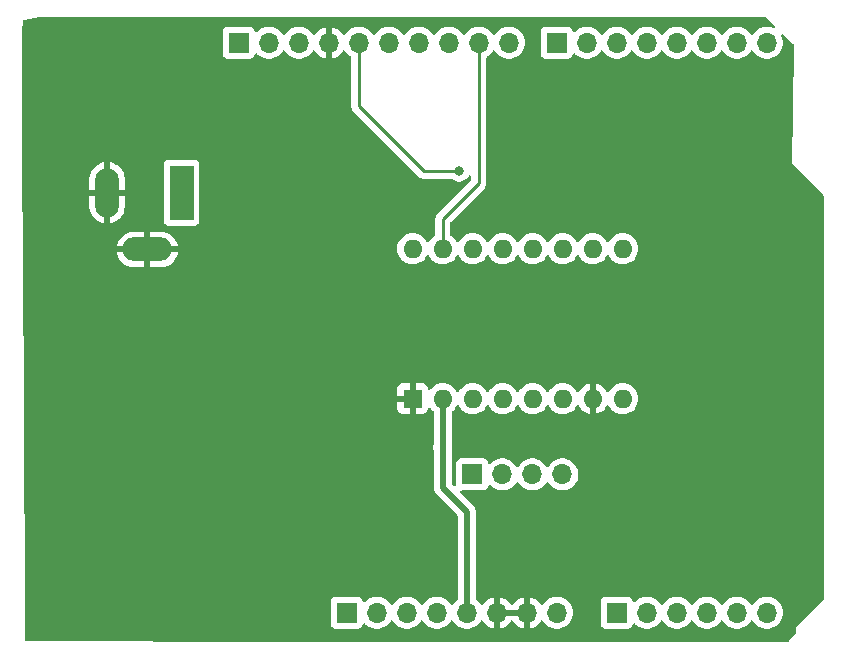
<source format=gbl>
%TF.GenerationSoftware,KiCad,Pcbnew,8.0.3*%
%TF.CreationDate,2024-07-23T15:51:25+08:00*%
%TF.ProjectId,Arduino Uno A4988 Shield,41726475-696e-46f2-9055-6e6f20413439,rev?*%
%TF.SameCoordinates,Original*%
%TF.FileFunction,Copper,L2,Bot*%
%TF.FilePolarity,Positive*%
%FSLAX46Y46*%
G04 Gerber Fmt 4.6, Leading zero omitted, Abs format (unit mm)*
G04 Created by KiCad (PCBNEW 8.0.3) date 2024-07-23 15:51:25*
%MOMM*%
%LPD*%
G01*
G04 APERTURE LIST*
%TA.AperFunction,ComponentPad*%
%ADD10R,1.700000X1.700000*%
%TD*%
%TA.AperFunction,ComponentPad*%
%ADD11O,1.700000X1.700000*%
%TD*%
%TA.AperFunction,ComponentPad*%
%ADD12R,2.000000X4.600000*%
%TD*%
%TA.AperFunction,ComponentPad*%
%ADD13O,2.000000X4.200000*%
%TD*%
%TA.AperFunction,ComponentPad*%
%ADD14O,4.200000X2.000000*%
%TD*%
%TA.AperFunction,ComponentPad*%
%ADD15R,1.600000X1.600000*%
%TD*%
%TA.AperFunction,ComponentPad*%
%ADD16O,1.600000X1.600000*%
%TD*%
%TA.AperFunction,ViaPad*%
%ADD17C,0.600000*%
%TD*%
%TA.AperFunction,ViaPad*%
%ADD18C,0.800000*%
%TD*%
%TA.AperFunction,Conductor*%
%ADD19C,0.500000*%
%TD*%
%TA.AperFunction,Conductor*%
%ADD20C,0.250000*%
%TD*%
%ADD21C,0.350000*%
%ADD22O,1.000000X3.600000*%
%ADD23O,1.000000X3.200000*%
%ADD24O,3.200000X1.000000*%
G04 APERTURE END LIST*
D10*
%TO.P,J1,1,Pin_1*%
%TO.N,unconnected-(J1-Pin_1-Pad1)*%
X27940000Y2540000D03*
D11*
%TO.P,J1,2,Pin_2*%
%TO.N,/IOREF*%
X30480000Y2540000D03*
%TO.P,J1,3,Pin_3*%
%TO.N,/~{RESET}*%
X33020000Y2540000D03*
%TO.P,J1,4,Pin_4*%
%TO.N,+3V3*%
X35560000Y2540000D03*
%TO.P,J1,5,Pin_5*%
%TO.N,+5V*%
X38100000Y2540000D03*
%TO.P,J1,6,Pin_6*%
%TO.N,GND*%
X40640000Y2540000D03*
%TO.P,J1,7,Pin_7*%
X43180000Y2540000D03*
%TO.P,J1,8,Pin_8*%
%TO.N,+12V*%
X45720000Y2540000D03*
%TD*%
D10*
%TO.P,J3,1,Pin_1*%
%TO.N,/A0*%
X50800000Y2540000D03*
D11*
%TO.P,J3,2,Pin_2*%
%TO.N,/A1*%
X53340000Y2540000D03*
%TO.P,J3,3,Pin_3*%
%TO.N,/A2*%
X55880000Y2540000D03*
%TO.P,J3,4,Pin_4*%
%TO.N,/A3*%
X58420000Y2540000D03*
%TO.P,J3,5,Pin_5*%
%TO.N,/SDA{slash}A4*%
X60960000Y2540000D03*
%TO.P,J3,6,Pin_6*%
%TO.N,/SCL{slash}A5*%
X63500000Y2540000D03*
%TD*%
D10*
%TO.P,J2,1,Pin_1*%
%TO.N,unconnected-(J2-Pin_1-Pad1)*%
X18796000Y50800000D03*
D11*
%TO.P,J2,2,Pin_2*%
%TO.N,unconnected-(J2-Pin_2-Pad2)*%
X21336000Y50800000D03*
%TO.P,J2,3,Pin_3*%
%TO.N,/AREF*%
X23876000Y50800000D03*
%TO.P,J2,4,Pin_4*%
%TO.N,GND*%
X26416000Y50800000D03*
%TO.P,J2,5,Pin_5*%
%TO.N,/13*%
X28956000Y50800000D03*
%TO.P,J2,6,Pin_6*%
%TO.N,/12*%
X31496000Y50800000D03*
%TO.P,J2,7,Pin_7*%
%TO.N,/\u002A11*%
X34036000Y50800000D03*
%TO.P,J2,8,Pin_8*%
%TO.N,/\u002A10*%
X36576000Y50800000D03*
%TO.P,J2,9,Pin_9*%
%TO.N,/\u002A9*%
X39116000Y50800000D03*
%TO.P,J2,10,Pin_10*%
%TO.N,/8*%
X41656000Y50800000D03*
%TD*%
D10*
%TO.P,J4,1,Pin_1*%
%TO.N,/7*%
X45720000Y50800000D03*
D11*
%TO.P,J4,2,Pin_2*%
%TO.N,/\u002A6*%
X48260000Y50800000D03*
%TO.P,J4,3,Pin_3*%
%TO.N,/\u002A5*%
X50800000Y50800000D03*
%TO.P,J4,4,Pin_4*%
%TO.N,/4*%
X53340000Y50800000D03*
%TO.P,J4,5,Pin_5*%
%TO.N,/\u002A3*%
X55880000Y50800000D03*
%TO.P,J4,6,Pin_6*%
%TO.N,/2*%
X58420000Y50800000D03*
%TO.P,J4,7,Pin_7*%
%TO.N,/TX{slash}1*%
X60960000Y50800000D03*
%TO.P,J4,8,Pin_8*%
%TO.N,/RX{slash}0*%
X63500000Y50800000D03*
%TD*%
D12*
%TO.P,J7,1*%
%TO.N,+12V*%
X13950000Y38100000D03*
D13*
%TO.P,J7,2*%
%TO.N,GND*%
X7650000Y38100000D03*
D14*
%TO.P,J7,3*%
X11050000Y33300000D03*
%TD*%
D10*
%TO.P,J5,1,Pin_1*%
%TO.N,Net-(A1-1B)*%
X38567200Y14249400D03*
D11*
%TO.P,J5,2,Pin_2*%
%TO.N,Net-(A1-1A)*%
X41107200Y14249400D03*
%TO.P,J5,3,Pin_3*%
%TO.N,Net-(A1-2A)*%
X43647200Y14249400D03*
%TO.P,J5,4,Pin_4*%
%TO.N,Net-(A1-2B)*%
X46187200Y14249400D03*
%TD*%
D15*
%TO.P,A1,1,GND*%
%TO.N,GND*%
X33520000Y20660000D03*
D16*
%TO.P,A1,2,VDD*%
%TO.N,+5V*%
X36060000Y20660000D03*
%TO.P,A1,3,1B*%
%TO.N,Net-(A1-1B)*%
X38600000Y20660000D03*
%TO.P,A1,4,1A*%
%TO.N,Net-(A1-1A)*%
X41140000Y20660000D03*
%TO.P,A1,5,2A*%
%TO.N,Net-(A1-2A)*%
X43680000Y20660000D03*
%TO.P,A1,6,2B*%
%TO.N,Net-(A1-2B)*%
X46220000Y20660000D03*
%TO.P,A1,7,GND*%
%TO.N,GND*%
X48760000Y20660000D03*
%TO.P,A1,8,VMOT*%
%TO.N,+12V*%
X51300000Y20660000D03*
%TO.P,A1,9,~{ENABLE}*%
%TO.N,/13*%
X51300000Y33360000D03*
%TO.P,A1,10,MS1*%
%TO.N,Net-(A1-MS1)*%
X48760000Y33360000D03*
%TO.P,A1,11,MS2*%
%TO.N,Net-(A1-MS2)*%
X46220000Y33360000D03*
%TO.P,A1,12,MS3*%
%TO.N,Net-(A1-MS3)*%
X43680000Y33360000D03*
%TO.P,A1,13,~{RESET}*%
%TO.N,Net-(A1-~{RESET})*%
X41140000Y33360000D03*
%TO.P,A1,14,~{SLEEP}*%
X38600000Y33360000D03*
%TO.P,A1,15,STEP*%
%TO.N,/\u002A9*%
X36060000Y33360000D03*
%TO.P,A1,16,DIR*%
%TO.N,/8*%
X33520000Y33360000D03*
%TD*%
D17*
%TO.N,+5V*%
X36060000Y16535400D03*
D18*
%TO.N,/13*%
X37439600Y39928800D03*
%TD*%
D19*
%TO.N,+5V*%
X36060000Y13139800D02*
X38100000Y11099800D01*
X36060000Y16535400D02*
X36060000Y13139800D01*
X36060000Y16535400D02*
X36060000Y20660000D01*
X38100000Y11099800D02*
X38100000Y2540000D01*
D20*
%TO.N,/13*%
X34467800Y39928800D02*
X28956000Y45440600D01*
X28956000Y45440600D02*
X28956000Y50800000D01*
X37439600Y39928800D02*
X34467800Y39928800D01*
%TO.N,/\u002A9*%
X36060000Y33360000D02*
X36060000Y35856800D01*
X36060000Y35856800D02*
X39116000Y38912800D01*
X39116000Y38912800D02*
X39116000Y50800000D01*
%TD*%
%TA.AperFunction,Conductor*%
%TO.N,GND*%
G36*
X42714075Y2732993D02*
G01*
X42680000Y2605826D01*
X42680000Y2474174D01*
X42714075Y2347007D01*
X42746988Y2290000D01*
X41073012Y2290000D01*
X41105925Y2347007D01*
X41140000Y2474174D01*
X41140000Y2605826D01*
X41105925Y2732993D01*
X41073012Y2790000D01*
X42746988Y2790000D01*
X42714075Y2732993D01*
G37*
%TD.AperFunction*%
%TA.AperFunction,Conductor*%
G36*
X63415229Y52964723D02*
G01*
X63434478Y52949474D01*
X64140084Y52266387D01*
X64174559Y52205615D01*
X64170705Y52135852D01*
X64129746Y52079247D01*
X64064686Y52053772D01*
X64013573Y52060015D01*
X63834637Y52121444D01*
X63612569Y52158500D01*
X63387431Y52158500D01*
X63165362Y52121444D01*
X62952430Y52048344D01*
X62952419Y52048339D01*
X62754427Y51941192D01*
X62754422Y51941188D01*
X62576761Y51802908D01*
X62576756Y51802903D01*
X62424284Y51637277D01*
X62424276Y51637266D01*
X62333808Y51498794D01*
X62280662Y51453438D01*
X62211431Y51444014D01*
X62148095Y51473516D01*
X62126192Y51498794D01*
X62035723Y51637266D01*
X62035715Y51637277D01*
X61883243Y51802903D01*
X61883238Y51802908D01*
X61705577Y51941188D01*
X61705572Y51941192D01*
X61507580Y52048339D01*
X61507577Y52048341D01*
X61507574Y52048342D01*
X61507571Y52048343D01*
X61507569Y52048344D01*
X61294637Y52121444D01*
X61072569Y52158500D01*
X60847431Y52158500D01*
X60625362Y52121444D01*
X60412430Y52048344D01*
X60412419Y52048339D01*
X60214427Y51941192D01*
X60214422Y51941188D01*
X60036761Y51802908D01*
X60036756Y51802903D01*
X59884284Y51637277D01*
X59884276Y51637266D01*
X59793808Y51498794D01*
X59740662Y51453438D01*
X59671431Y51444014D01*
X59608095Y51473516D01*
X59586192Y51498794D01*
X59495723Y51637266D01*
X59495715Y51637277D01*
X59343243Y51802903D01*
X59343238Y51802908D01*
X59165577Y51941188D01*
X59165572Y51941192D01*
X58967580Y52048339D01*
X58967577Y52048341D01*
X58967574Y52048342D01*
X58967571Y52048343D01*
X58967569Y52048344D01*
X58754637Y52121444D01*
X58532569Y52158500D01*
X58307431Y52158500D01*
X58085362Y52121444D01*
X57872430Y52048344D01*
X57872419Y52048339D01*
X57674427Y51941192D01*
X57674422Y51941188D01*
X57496761Y51802908D01*
X57496756Y51802903D01*
X57344284Y51637277D01*
X57344276Y51637266D01*
X57253808Y51498794D01*
X57200662Y51453438D01*
X57131431Y51444014D01*
X57068095Y51473516D01*
X57046192Y51498794D01*
X56955723Y51637266D01*
X56955715Y51637277D01*
X56803243Y51802903D01*
X56803238Y51802908D01*
X56625577Y51941188D01*
X56625572Y51941192D01*
X56427580Y52048339D01*
X56427577Y52048341D01*
X56427574Y52048342D01*
X56427571Y52048343D01*
X56427569Y52048344D01*
X56214637Y52121444D01*
X55992569Y52158500D01*
X55767431Y52158500D01*
X55545362Y52121444D01*
X55332430Y52048344D01*
X55332419Y52048339D01*
X55134427Y51941192D01*
X55134422Y51941188D01*
X54956761Y51802908D01*
X54956756Y51802903D01*
X54804284Y51637277D01*
X54804276Y51637266D01*
X54713808Y51498794D01*
X54660662Y51453438D01*
X54591431Y51444014D01*
X54528095Y51473516D01*
X54506192Y51498794D01*
X54415723Y51637266D01*
X54415715Y51637277D01*
X54263243Y51802903D01*
X54263238Y51802908D01*
X54085577Y51941188D01*
X54085572Y51941192D01*
X53887580Y52048339D01*
X53887577Y52048341D01*
X53887574Y52048342D01*
X53887571Y52048343D01*
X53887569Y52048344D01*
X53674637Y52121444D01*
X53452569Y52158500D01*
X53227431Y52158500D01*
X53005362Y52121444D01*
X52792430Y52048344D01*
X52792419Y52048339D01*
X52594427Y51941192D01*
X52594422Y51941188D01*
X52416761Y51802908D01*
X52416756Y51802903D01*
X52264284Y51637277D01*
X52264276Y51637266D01*
X52173808Y51498794D01*
X52120662Y51453438D01*
X52051431Y51444014D01*
X51988095Y51473516D01*
X51966192Y51498794D01*
X51875723Y51637266D01*
X51875715Y51637277D01*
X51723243Y51802903D01*
X51723238Y51802908D01*
X51545577Y51941188D01*
X51545572Y51941192D01*
X51347580Y52048339D01*
X51347577Y52048341D01*
X51347574Y52048342D01*
X51347571Y52048343D01*
X51347569Y52048344D01*
X51134637Y52121444D01*
X50912569Y52158500D01*
X50687431Y52158500D01*
X50465362Y52121444D01*
X50252430Y52048344D01*
X50252419Y52048339D01*
X50054427Y51941192D01*
X50054422Y51941188D01*
X49876761Y51802908D01*
X49876756Y51802903D01*
X49724284Y51637277D01*
X49724276Y51637266D01*
X49633808Y51498794D01*
X49580662Y51453438D01*
X49511431Y51444014D01*
X49448095Y51473516D01*
X49426192Y51498794D01*
X49335723Y51637266D01*
X49335715Y51637277D01*
X49183243Y51802903D01*
X49183238Y51802908D01*
X49005577Y51941188D01*
X49005572Y51941192D01*
X48807580Y52048339D01*
X48807577Y52048341D01*
X48807574Y52048342D01*
X48807571Y52048343D01*
X48807569Y52048344D01*
X48594637Y52121444D01*
X48372569Y52158500D01*
X48147431Y52158500D01*
X47925362Y52121444D01*
X47712430Y52048344D01*
X47712419Y52048339D01*
X47514427Y51941192D01*
X47514422Y51941188D01*
X47336761Y51802908D01*
X47273548Y51734240D01*
X47213661Y51698250D01*
X47143823Y51700351D01*
X47086207Y51739876D01*
X47066138Y51774890D01*
X47020889Y51896204D01*
X46987214Y51941188D01*
X46933261Y52013261D01*
X46816204Y52100889D01*
X46679203Y52151989D01*
X46618654Y52158500D01*
X46618638Y52158500D01*
X44821362Y52158500D01*
X44821345Y52158500D01*
X44760797Y52151989D01*
X44760795Y52151989D01*
X44623795Y52100889D01*
X44506739Y52013261D01*
X44419111Y51896205D01*
X44368011Y51759205D01*
X44368011Y51759203D01*
X44361500Y51698655D01*
X44361500Y49901346D01*
X44368011Y49840798D01*
X44368011Y49840796D01*
X44419111Y49703796D01*
X44506739Y49586739D01*
X44623796Y49499111D01*
X44760799Y49448011D01*
X44788050Y49445082D01*
X44821345Y49441501D01*
X44821362Y49441500D01*
X46618638Y49441500D01*
X46618654Y49441501D01*
X46645692Y49444409D01*
X46679201Y49448011D01*
X46816204Y49499111D01*
X46933261Y49586739D01*
X47020889Y49703796D01*
X47066138Y49825113D01*
X47108009Y49881044D01*
X47173474Y49905461D01*
X47241746Y49890609D01*
X47273545Y49865764D01*
X47336760Y49797094D01*
X47514424Y49658811D01*
X47514425Y49658811D01*
X47514427Y49658809D01*
X47561516Y49633326D01*
X47712426Y49551658D01*
X47925365Y49478556D01*
X48147431Y49441500D01*
X48372569Y49441500D01*
X48594635Y49478556D01*
X48807574Y49551658D01*
X49005576Y49658811D01*
X49183240Y49797094D01*
X49304594Y49928918D01*
X49335715Y49962724D01*
X49335715Y49962725D01*
X49335722Y49962732D01*
X49426193Y50101210D01*
X49479338Y50146563D01*
X49548569Y50155987D01*
X49611905Y50126485D01*
X49633804Y50101213D01*
X49724278Y49962732D01*
X49724283Y49962727D01*
X49724284Y49962724D01*
X49850968Y49825111D01*
X49876760Y49797094D01*
X50054424Y49658811D01*
X50054425Y49658811D01*
X50054427Y49658809D01*
X50101516Y49633326D01*
X50252426Y49551658D01*
X50465365Y49478556D01*
X50687431Y49441500D01*
X50912569Y49441500D01*
X51134635Y49478556D01*
X51347574Y49551658D01*
X51545576Y49658811D01*
X51723240Y49797094D01*
X51844594Y49928918D01*
X51875715Y49962724D01*
X51875715Y49962725D01*
X51875722Y49962732D01*
X51966193Y50101210D01*
X52019338Y50146563D01*
X52088569Y50155987D01*
X52151905Y50126485D01*
X52173804Y50101213D01*
X52264278Y49962732D01*
X52264283Y49962727D01*
X52264284Y49962724D01*
X52390968Y49825111D01*
X52416760Y49797094D01*
X52594424Y49658811D01*
X52594425Y49658811D01*
X52594427Y49658809D01*
X52641516Y49633326D01*
X52792426Y49551658D01*
X53005365Y49478556D01*
X53227431Y49441500D01*
X53452569Y49441500D01*
X53674635Y49478556D01*
X53887574Y49551658D01*
X54085576Y49658811D01*
X54263240Y49797094D01*
X54384594Y49928918D01*
X54415715Y49962724D01*
X54415715Y49962725D01*
X54415722Y49962732D01*
X54506193Y50101210D01*
X54559338Y50146563D01*
X54628569Y50155987D01*
X54691905Y50126485D01*
X54713804Y50101213D01*
X54804278Y49962732D01*
X54804283Y49962727D01*
X54804284Y49962724D01*
X54930968Y49825111D01*
X54956760Y49797094D01*
X55134424Y49658811D01*
X55134425Y49658811D01*
X55134427Y49658809D01*
X55181516Y49633326D01*
X55332426Y49551658D01*
X55545365Y49478556D01*
X55767431Y49441500D01*
X55992569Y49441500D01*
X56214635Y49478556D01*
X56427574Y49551658D01*
X56625576Y49658811D01*
X56803240Y49797094D01*
X56924594Y49928918D01*
X56955715Y49962724D01*
X56955715Y49962725D01*
X56955722Y49962732D01*
X57046193Y50101210D01*
X57099338Y50146563D01*
X57168569Y50155987D01*
X57231905Y50126485D01*
X57253804Y50101213D01*
X57344278Y49962732D01*
X57344283Y49962727D01*
X57344284Y49962724D01*
X57470968Y49825111D01*
X57496760Y49797094D01*
X57674424Y49658811D01*
X57674425Y49658811D01*
X57674427Y49658809D01*
X57721516Y49633326D01*
X57872426Y49551658D01*
X58085365Y49478556D01*
X58307431Y49441500D01*
X58532569Y49441500D01*
X58754635Y49478556D01*
X58967574Y49551658D01*
X59165576Y49658811D01*
X59343240Y49797094D01*
X59464594Y49928918D01*
X59495715Y49962724D01*
X59495715Y49962725D01*
X59495722Y49962732D01*
X59586193Y50101210D01*
X59639338Y50146563D01*
X59708569Y50155987D01*
X59771905Y50126485D01*
X59793804Y50101213D01*
X59884278Y49962732D01*
X59884283Y49962727D01*
X59884284Y49962724D01*
X60010968Y49825111D01*
X60036760Y49797094D01*
X60214424Y49658811D01*
X60214425Y49658811D01*
X60214427Y49658809D01*
X60261516Y49633326D01*
X60412426Y49551658D01*
X60625365Y49478556D01*
X60847431Y49441500D01*
X61072569Y49441500D01*
X61294635Y49478556D01*
X61507574Y49551658D01*
X61705576Y49658811D01*
X61883240Y49797094D01*
X62004594Y49928918D01*
X62035715Y49962724D01*
X62035715Y49962725D01*
X62035722Y49962732D01*
X62126193Y50101210D01*
X62179338Y50146563D01*
X62248569Y50155987D01*
X62311905Y50126485D01*
X62333804Y50101213D01*
X62424278Y49962732D01*
X62424283Y49962727D01*
X62424284Y49962724D01*
X62550968Y49825111D01*
X62576760Y49797094D01*
X62754424Y49658811D01*
X62754425Y49658811D01*
X62754427Y49658809D01*
X62801516Y49633326D01*
X62952426Y49551658D01*
X63165365Y49478556D01*
X63387431Y49441500D01*
X63612569Y49441500D01*
X63834635Y49478556D01*
X64047574Y49551658D01*
X64245576Y49658811D01*
X64423240Y49797094D01*
X64544594Y49928918D01*
X64575715Y49962724D01*
X64575717Y49962727D01*
X64575722Y49962732D01*
X64698860Y50151209D01*
X64789296Y50357384D01*
X64844564Y50575632D01*
X64847164Y50607007D01*
X64863156Y50799995D01*
X64863156Y50800006D01*
X64844565Y51024360D01*
X64844563Y51024372D01*
X64823637Y51107007D01*
X64789296Y51242616D01*
X64741303Y51352029D01*
X64732401Y51421326D01*
X64762378Y51484438D01*
X64821717Y51521325D01*
X64891579Y51520275D01*
X64941108Y51490927D01*
X65747586Y50710188D01*
X65782061Y50649416D01*
X65785328Y50619539D01*
X65716496Y45140519D01*
X65659000Y40563800D01*
X66958740Y39226567D01*
X68265519Y37882093D01*
X68298129Y37820300D01*
X68300600Y37795667D01*
X68300600Y3688736D01*
X68280915Y3621697D01*
X68264281Y3601055D01*
X65997233Y1334006D01*
X65975995Y1312769D01*
X65964500Y1285018D01*
X65964500Y892203D01*
X65944815Y825164D01*
X65934786Y811667D01*
X65343102Y118964D01*
X65284594Y80774D01*
X65248816Y75500D01*
X22380302Y75500D01*
X22379862Y75501D01*
X808682Y151965D01*
X741713Y171887D01*
X696146Y224853D01*
X685124Y275282D01*
X667734Y3438655D01*
X26581500Y3438655D01*
X26581500Y1641346D01*
X26588011Y1580798D01*
X26588011Y1580796D01*
X26639111Y1443796D01*
X26726739Y1326739D01*
X26843796Y1239111D01*
X26980799Y1188011D01*
X27008050Y1185082D01*
X27041345Y1181501D01*
X27041362Y1181500D01*
X28838638Y1181500D01*
X28838654Y1181501D01*
X28865692Y1184409D01*
X28899201Y1188011D01*
X29036204Y1239111D01*
X29153261Y1326739D01*
X29240889Y1443796D01*
X29286138Y1565113D01*
X29328009Y1621044D01*
X29393474Y1645461D01*
X29461746Y1630609D01*
X29493545Y1605764D01*
X29556760Y1537094D01*
X29734424Y1398811D01*
X29734425Y1398811D01*
X29734427Y1398809D01*
X29861135Y1330239D01*
X29932426Y1291658D01*
X30145365Y1218556D01*
X30367431Y1181500D01*
X30592569Y1181500D01*
X30814635Y1218556D01*
X31027574Y1291658D01*
X31225576Y1398811D01*
X31403240Y1537094D01*
X31524594Y1668918D01*
X31555715Y1702724D01*
X31555715Y1702725D01*
X31555722Y1702732D01*
X31646193Y1841210D01*
X31699338Y1886563D01*
X31768569Y1895987D01*
X31831905Y1866485D01*
X31853804Y1841213D01*
X31944278Y1702732D01*
X31944283Y1702727D01*
X31944284Y1702724D01*
X32070968Y1565111D01*
X32096760Y1537094D01*
X32274424Y1398811D01*
X32274425Y1398811D01*
X32274427Y1398809D01*
X32401135Y1330239D01*
X32472426Y1291658D01*
X32685365Y1218556D01*
X32907431Y1181500D01*
X33132569Y1181500D01*
X33354635Y1218556D01*
X33567574Y1291658D01*
X33765576Y1398811D01*
X33943240Y1537094D01*
X34064594Y1668918D01*
X34095715Y1702724D01*
X34095715Y1702725D01*
X34095722Y1702732D01*
X34186193Y1841210D01*
X34239338Y1886563D01*
X34308569Y1895987D01*
X34371905Y1866485D01*
X34393804Y1841213D01*
X34484278Y1702732D01*
X34484283Y1702727D01*
X34484284Y1702724D01*
X34610968Y1565111D01*
X34636760Y1537094D01*
X34814424Y1398811D01*
X34814425Y1398811D01*
X34814427Y1398809D01*
X34941135Y1330239D01*
X35012426Y1291658D01*
X35225365Y1218556D01*
X35447431Y1181500D01*
X35672569Y1181500D01*
X35894635Y1218556D01*
X36107574Y1291658D01*
X36305576Y1398811D01*
X36483240Y1537094D01*
X36604594Y1668918D01*
X36635715Y1702724D01*
X36635715Y1702725D01*
X36635722Y1702732D01*
X36726193Y1841210D01*
X36779338Y1886563D01*
X36848569Y1895987D01*
X36911905Y1866485D01*
X36933804Y1841213D01*
X37024278Y1702732D01*
X37024283Y1702727D01*
X37024284Y1702724D01*
X37150968Y1565111D01*
X37176760Y1537094D01*
X37354424Y1398811D01*
X37354425Y1398811D01*
X37354427Y1398809D01*
X37481135Y1330239D01*
X37552426Y1291658D01*
X37765365Y1218556D01*
X37987431Y1181500D01*
X38212569Y1181500D01*
X38434635Y1218556D01*
X38647574Y1291658D01*
X38845576Y1398811D01*
X39023240Y1537094D01*
X39144594Y1668918D01*
X39175715Y1702724D01*
X39175715Y1702725D01*
X39175722Y1702732D01*
X39269749Y1846653D01*
X39322894Y1892006D01*
X39392125Y1901430D01*
X39455461Y1871928D01*
X39475130Y1849952D01*
X39601890Y1668922D01*
X39768917Y1501895D01*
X39962421Y1366400D01*
X40176507Y1266571D01*
X40176516Y1266567D01*
X40390000Y1209366D01*
X40390000Y2106988D01*
X40447007Y2074075D01*
X40574174Y2040000D01*
X40705826Y2040000D01*
X40832993Y2074075D01*
X40890000Y2106988D01*
X40890000Y1209367D01*
X41103483Y1266567D01*
X41103492Y1266571D01*
X41317578Y1366400D01*
X41511082Y1501895D01*
X41678105Y1668918D01*
X41808425Y1855032D01*
X41863002Y1898656D01*
X41932501Y1905849D01*
X41994855Y1874327D01*
X42011575Y1855032D01*
X42141894Y1668918D01*
X42308917Y1501895D01*
X42502421Y1366400D01*
X42716507Y1266571D01*
X42716516Y1266567D01*
X42930000Y1209366D01*
X42930000Y2106988D01*
X42987007Y2074075D01*
X43114174Y2040000D01*
X43245826Y2040000D01*
X43372993Y2074075D01*
X43430000Y2106988D01*
X43430000Y1209367D01*
X43643483Y1266567D01*
X43643492Y1266571D01*
X43857578Y1366400D01*
X44051082Y1501895D01*
X44218105Y1668918D01*
X44344868Y1849952D01*
X44399445Y1893577D01*
X44468944Y1900769D01*
X44531298Y1869247D01*
X44550251Y1846650D01*
X44644276Y1702735D01*
X44644284Y1702724D01*
X44770968Y1565111D01*
X44796760Y1537094D01*
X44974424Y1398811D01*
X44974425Y1398811D01*
X44974427Y1398809D01*
X45101135Y1330239D01*
X45172426Y1291658D01*
X45385365Y1218556D01*
X45607431Y1181500D01*
X45832569Y1181500D01*
X46054635Y1218556D01*
X46267574Y1291658D01*
X46465576Y1398811D01*
X46643240Y1537094D01*
X46764594Y1668918D01*
X46795715Y1702724D01*
X46795717Y1702727D01*
X46795722Y1702732D01*
X46918860Y1891209D01*
X47009296Y2097384D01*
X47064564Y2315632D01*
X47067164Y2347007D01*
X47083156Y2539995D01*
X47083156Y2540006D01*
X47064565Y2764360D01*
X47064563Y2764372D01*
X47009296Y2982615D01*
X46999071Y3005925D01*
X46918860Y3188791D01*
X46902706Y3213516D01*
X46795723Y3377266D01*
X46795715Y3377277D01*
X46739212Y3438655D01*
X49441500Y3438655D01*
X49441500Y1641346D01*
X49448011Y1580798D01*
X49448011Y1580796D01*
X49499111Y1443796D01*
X49586739Y1326739D01*
X49703796Y1239111D01*
X49840799Y1188011D01*
X49868050Y1185082D01*
X49901345Y1181501D01*
X49901362Y1181500D01*
X51698638Y1181500D01*
X51698654Y1181501D01*
X51725692Y1184409D01*
X51759201Y1188011D01*
X51896204Y1239111D01*
X52013261Y1326739D01*
X52100889Y1443796D01*
X52146138Y1565113D01*
X52188009Y1621044D01*
X52253474Y1645461D01*
X52321746Y1630609D01*
X52353545Y1605764D01*
X52416760Y1537094D01*
X52594424Y1398811D01*
X52594425Y1398811D01*
X52594427Y1398809D01*
X52721135Y1330239D01*
X52792426Y1291658D01*
X53005365Y1218556D01*
X53227431Y1181500D01*
X53452569Y1181500D01*
X53674635Y1218556D01*
X53887574Y1291658D01*
X54085576Y1398811D01*
X54263240Y1537094D01*
X54384594Y1668918D01*
X54415715Y1702724D01*
X54415715Y1702725D01*
X54415722Y1702732D01*
X54506193Y1841210D01*
X54559338Y1886563D01*
X54628569Y1895987D01*
X54691905Y1866485D01*
X54713804Y1841213D01*
X54804278Y1702732D01*
X54804283Y1702727D01*
X54804284Y1702724D01*
X54930968Y1565111D01*
X54956760Y1537094D01*
X55134424Y1398811D01*
X55134425Y1398811D01*
X55134427Y1398809D01*
X55261135Y1330239D01*
X55332426Y1291658D01*
X55545365Y1218556D01*
X55767431Y1181500D01*
X55992569Y1181500D01*
X56214635Y1218556D01*
X56427574Y1291658D01*
X56625576Y1398811D01*
X56803240Y1537094D01*
X56924594Y1668918D01*
X56955715Y1702724D01*
X56955715Y1702725D01*
X56955722Y1702732D01*
X57046193Y1841210D01*
X57099338Y1886563D01*
X57168569Y1895987D01*
X57231905Y1866485D01*
X57253804Y1841213D01*
X57344278Y1702732D01*
X57344283Y1702727D01*
X57344284Y1702724D01*
X57470968Y1565111D01*
X57496760Y1537094D01*
X57674424Y1398811D01*
X57674425Y1398811D01*
X57674427Y1398809D01*
X57801135Y1330239D01*
X57872426Y1291658D01*
X58085365Y1218556D01*
X58307431Y1181500D01*
X58532569Y1181500D01*
X58754635Y1218556D01*
X58967574Y1291658D01*
X59165576Y1398811D01*
X59343240Y1537094D01*
X59464594Y1668918D01*
X59495715Y1702724D01*
X59495715Y1702725D01*
X59495722Y1702732D01*
X59586193Y1841210D01*
X59639338Y1886563D01*
X59708569Y1895987D01*
X59771905Y1866485D01*
X59793804Y1841213D01*
X59884278Y1702732D01*
X59884283Y1702727D01*
X59884284Y1702724D01*
X60010968Y1565111D01*
X60036760Y1537094D01*
X60214424Y1398811D01*
X60214425Y1398811D01*
X60214427Y1398809D01*
X60341135Y1330239D01*
X60412426Y1291658D01*
X60625365Y1218556D01*
X60847431Y1181500D01*
X61072569Y1181500D01*
X61294635Y1218556D01*
X61507574Y1291658D01*
X61705576Y1398811D01*
X61883240Y1537094D01*
X62004594Y1668918D01*
X62035715Y1702724D01*
X62035715Y1702725D01*
X62035722Y1702732D01*
X62126193Y1841210D01*
X62179338Y1886563D01*
X62248569Y1895987D01*
X62311905Y1866485D01*
X62333804Y1841213D01*
X62424278Y1702732D01*
X62424283Y1702727D01*
X62424284Y1702724D01*
X62550968Y1565111D01*
X62576760Y1537094D01*
X62754424Y1398811D01*
X62754425Y1398811D01*
X62754427Y1398809D01*
X62881135Y1330239D01*
X62952426Y1291658D01*
X63165365Y1218556D01*
X63387431Y1181500D01*
X63612569Y1181500D01*
X63834635Y1218556D01*
X64047574Y1291658D01*
X64245576Y1398811D01*
X64423240Y1537094D01*
X64544594Y1668918D01*
X64575715Y1702724D01*
X64575717Y1702727D01*
X64575722Y1702732D01*
X64698860Y1891209D01*
X64789296Y2097384D01*
X64844564Y2315632D01*
X64847164Y2347007D01*
X64863156Y2539995D01*
X64863156Y2540006D01*
X64844565Y2764360D01*
X64844563Y2764372D01*
X64789296Y2982615D01*
X64779071Y3005925D01*
X64698860Y3188791D01*
X64682706Y3213516D01*
X64575723Y3377266D01*
X64575715Y3377277D01*
X64423243Y3542903D01*
X64423238Y3542908D01*
X64266747Y3664711D01*
X64245576Y3681189D01*
X64245575Y3681190D01*
X64245572Y3681192D01*
X64047580Y3788339D01*
X64047577Y3788341D01*
X64047574Y3788342D01*
X64047571Y3788343D01*
X64047569Y3788344D01*
X63834637Y3861444D01*
X63612569Y3898500D01*
X63387431Y3898500D01*
X63165362Y3861444D01*
X62952430Y3788344D01*
X62952419Y3788339D01*
X62754427Y3681192D01*
X62754422Y3681188D01*
X62576761Y3542908D01*
X62576756Y3542903D01*
X62424284Y3377277D01*
X62424276Y3377266D01*
X62333808Y3238794D01*
X62280662Y3193438D01*
X62211431Y3184014D01*
X62148095Y3213516D01*
X62126192Y3238794D01*
X62035723Y3377266D01*
X62035715Y3377277D01*
X61883243Y3542903D01*
X61883238Y3542908D01*
X61726747Y3664711D01*
X61705576Y3681189D01*
X61705575Y3681190D01*
X61705572Y3681192D01*
X61507580Y3788339D01*
X61507577Y3788341D01*
X61507574Y3788342D01*
X61507571Y3788343D01*
X61507569Y3788344D01*
X61294637Y3861444D01*
X61072569Y3898500D01*
X60847431Y3898500D01*
X60625362Y3861444D01*
X60412430Y3788344D01*
X60412419Y3788339D01*
X60214427Y3681192D01*
X60214422Y3681188D01*
X60036761Y3542908D01*
X60036756Y3542903D01*
X59884284Y3377277D01*
X59884276Y3377266D01*
X59793808Y3238794D01*
X59740662Y3193438D01*
X59671431Y3184014D01*
X59608095Y3213516D01*
X59586192Y3238794D01*
X59495723Y3377266D01*
X59495715Y3377277D01*
X59343243Y3542903D01*
X59343238Y3542908D01*
X59186747Y3664711D01*
X59165576Y3681189D01*
X59165575Y3681190D01*
X59165572Y3681192D01*
X58967580Y3788339D01*
X58967577Y3788341D01*
X58967574Y3788342D01*
X58967571Y3788343D01*
X58967569Y3788344D01*
X58754637Y3861444D01*
X58532569Y3898500D01*
X58307431Y3898500D01*
X58085362Y3861444D01*
X57872430Y3788344D01*
X57872419Y3788339D01*
X57674427Y3681192D01*
X57674422Y3681188D01*
X57496761Y3542908D01*
X57496756Y3542903D01*
X57344284Y3377277D01*
X57344276Y3377266D01*
X57253808Y3238794D01*
X57200662Y3193438D01*
X57131431Y3184014D01*
X57068095Y3213516D01*
X57046192Y3238794D01*
X56955723Y3377266D01*
X56955715Y3377277D01*
X56803243Y3542903D01*
X56803238Y3542908D01*
X56646747Y3664711D01*
X56625576Y3681189D01*
X56625575Y3681190D01*
X56625572Y3681192D01*
X56427580Y3788339D01*
X56427577Y3788341D01*
X56427574Y3788342D01*
X56427571Y3788343D01*
X56427569Y3788344D01*
X56214637Y3861444D01*
X55992569Y3898500D01*
X55767431Y3898500D01*
X55545362Y3861444D01*
X55332430Y3788344D01*
X55332419Y3788339D01*
X55134427Y3681192D01*
X55134422Y3681188D01*
X54956761Y3542908D01*
X54956756Y3542903D01*
X54804284Y3377277D01*
X54804276Y3377266D01*
X54713808Y3238794D01*
X54660662Y3193438D01*
X54591431Y3184014D01*
X54528095Y3213516D01*
X54506192Y3238794D01*
X54415723Y3377266D01*
X54415715Y3377277D01*
X54263243Y3542903D01*
X54263238Y3542908D01*
X54106747Y3664711D01*
X54085576Y3681189D01*
X54085575Y3681190D01*
X54085572Y3681192D01*
X53887580Y3788339D01*
X53887577Y3788341D01*
X53887574Y3788342D01*
X53887571Y3788343D01*
X53887569Y3788344D01*
X53674637Y3861444D01*
X53452569Y3898500D01*
X53227431Y3898500D01*
X53005362Y3861444D01*
X52792430Y3788344D01*
X52792419Y3788339D01*
X52594427Y3681192D01*
X52594422Y3681188D01*
X52416761Y3542908D01*
X52353548Y3474240D01*
X52293661Y3438250D01*
X52223823Y3440351D01*
X52166207Y3479876D01*
X52146138Y3514890D01*
X52100889Y3636204D01*
X52079549Y3664711D01*
X52013261Y3753261D01*
X51896204Y3840889D01*
X51895172Y3841274D01*
X51759203Y3891989D01*
X51698654Y3898500D01*
X51698638Y3898500D01*
X49901362Y3898500D01*
X49901345Y3898500D01*
X49840797Y3891989D01*
X49840795Y3891989D01*
X49703795Y3840889D01*
X49586739Y3753261D01*
X49499111Y3636205D01*
X49448011Y3499205D01*
X49448011Y3499203D01*
X49441500Y3438655D01*
X46739212Y3438655D01*
X46643243Y3542903D01*
X46643238Y3542908D01*
X46486747Y3664711D01*
X46465576Y3681189D01*
X46465575Y3681190D01*
X46465572Y3681192D01*
X46267580Y3788339D01*
X46267577Y3788341D01*
X46267574Y3788342D01*
X46267571Y3788343D01*
X46267569Y3788344D01*
X46054637Y3861444D01*
X45832569Y3898500D01*
X45607431Y3898500D01*
X45385362Y3861444D01*
X45172430Y3788344D01*
X45172419Y3788339D01*
X44974427Y3681192D01*
X44974422Y3681188D01*
X44796761Y3542908D01*
X44796756Y3542903D01*
X44644284Y3377277D01*
X44644276Y3377266D01*
X44550251Y3233350D01*
X44497105Y3187993D01*
X44427873Y3178570D01*
X44364538Y3208072D01*
X44344868Y3230049D01*
X44218113Y3411074D01*
X44218108Y3411080D01*
X44051082Y3578106D01*
X43857578Y3713601D01*
X43643492Y3813430D01*
X43643486Y3813433D01*
X43430000Y3870636D01*
X43430000Y2973012D01*
X43372993Y3005925D01*
X43245826Y3040000D01*
X43114174Y3040000D01*
X42987007Y3005925D01*
X42930000Y2973012D01*
X42930000Y3870636D01*
X42929999Y3870636D01*
X42716513Y3813433D01*
X42716507Y3813430D01*
X42502422Y3713601D01*
X42502420Y3713600D01*
X42308926Y3578114D01*
X42308920Y3578109D01*
X42141891Y3411080D01*
X42141890Y3411078D01*
X42011575Y3224969D01*
X41956998Y3181345D01*
X41887499Y3174152D01*
X41825145Y3205674D01*
X41808425Y3224969D01*
X41678109Y3411078D01*
X41678108Y3411080D01*
X41511082Y3578106D01*
X41317578Y3713601D01*
X41103492Y3813430D01*
X41103486Y3813433D01*
X40890000Y3870636D01*
X40890000Y2973012D01*
X40832993Y3005925D01*
X40705826Y3040000D01*
X40574174Y3040000D01*
X40447007Y3005925D01*
X40390000Y2973012D01*
X40390000Y3870636D01*
X40389999Y3870636D01*
X40176513Y3813433D01*
X40176507Y3813430D01*
X39962422Y3713601D01*
X39962420Y3713600D01*
X39768926Y3578114D01*
X39768920Y3578109D01*
X39601891Y3411080D01*
X39601890Y3411078D01*
X39475131Y3230048D01*
X39420554Y3186423D01*
X39351055Y3179231D01*
X39288701Y3210753D01*
X39269752Y3233344D01*
X39175722Y3377268D01*
X39175715Y3377275D01*
X39175715Y3377277D01*
X39023243Y3542903D01*
X39023238Y3542908D01*
X38906337Y3633897D01*
X38865524Y3690608D01*
X38858500Y3731750D01*
X38858500Y11174509D01*
X38829352Y11321041D01*
X38829351Y11321042D01*
X38829351Y11321046D01*
X38829349Y11321051D01*
X38772177Y11459078D01*
X38772170Y11459091D01*
X38689166Y11583315D01*
X38689165Y11583316D01*
X38583516Y11688965D01*
X37593262Y12679219D01*
X37559777Y12740542D01*
X37564761Y12810234D01*
X37606633Y12866167D01*
X37672097Y12890584D01*
X37680943Y12890900D01*
X39465838Y12890900D01*
X39465854Y12890901D01*
X39492892Y12893809D01*
X39526401Y12897411D01*
X39663404Y12948511D01*
X39780461Y13036139D01*
X39868089Y13153196D01*
X39913338Y13274513D01*
X39955209Y13330444D01*
X40020674Y13354861D01*
X40088946Y13340009D01*
X40120745Y13315164D01*
X40183960Y13246494D01*
X40361624Y13108211D01*
X40361625Y13108211D01*
X40361627Y13108209D01*
X40441303Y13065091D01*
X40559626Y13001058D01*
X40772565Y12927956D01*
X40994631Y12890900D01*
X41219769Y12890900D01*
X41441835Y12927956D01*
X41654774Y13001058D01*
X41852776Y13108211D01*
X42030440Y13246494D01*
X42182922Y13412132D01*
X42273393Y13550610D01*
X42326538Y13595963D01*
X42395769Y13605387D01*
X42459105Y13575885D01*
X42481004Y13550613D01*
X42571478Y13412132D01*
X42571483Y13412127D01*
X42571484Y13412124D01*
X42720411Y13250349D01*
X42723960Y13246494D01*
X42901624Y13108211D01*
X42901625Y13108211D01*
X42901627Y13108209D01*
X42981303Y13065091D01*
X43099626Y13001058D01*
X43312565Y12927956D01*
X43534631Y12890900D01*
X43759769Y12890900D01*
X43981835Y12927956D01*
X44194774Y13001058D01*
X44392776Y13108211D01*
X44570440Y13246494D01*
X44722922Y13412132D01*
X44813393Y13550610D01*
X44866538Y13595963D01*
X44935769Y13605387D01*
X44999105Y13575885D01*
X45021004Y13550613D01*
X45111478Y13412132D01*
X45111483Y13412127D01*
X45111484Y13412124D01*
X45260411Y13250349D01*
X45263960Y13246494D01*
X45441624Y13108211D01*
X45441625Y13108211D01*
X45441627Y13108209D01*
X45521303Y13065091D01*
X45639626Y13001058D01*
X45852565Y12927956D01*
X46074631Y12890900D01*
X46299769Y12890900D01*
X46521835Y12927956D01*
X46734774Y13001058D01*
X46932776Y13108211D01*
X47110440Y13246494D01*
X47262922Y13412132D01*
X47386060Y13600609D01*
X47476496Y13806784D01*
X47531764Y14025032D01*
X47550356Y14249400D01*
X47531764Y14473768D01*
X47476496Y14692016D01*
X47386060Y14898191D01*
X47369906Y14922916D01*
X47262923Y15086666D01*
X47262915Y15086677D01*
X47110443Y15252303D01*
X47110438Y15252308D01*
X46932777Y15390588D01*
X46932772Y15390592D01*
X46734780Y15497739D01*
X46734777Y15497741D01*
X46734774Y15497742D01*
X46734771Y15497743D01*
X46734769Y15497744D01*
X46521837Y15570844D01*
X46299769Y15607900D01*
X46074631Y15607900D01*
X45852562Y15570844D01*
X45639630Y15497744D01*
X45639619Y15497739D01*
X45441627Y15390592D01*
X45441622Y15390588D01*
X45263961Y15252308D01*
X45263956Y15252303D01*
X45111484Y15086677D01*
X45111476Y15086666D01*
X45021008Y14948194D01*
X44967862Y14902838D01*
X44898631Y14893414D01*
X44835295Y14922916D01*
X44813392Y14948194D01*
X44722923Y15086666D01*
X44722915Y15086677D01*
X44570443Y15252303D01*
X44570438Y15252308D01*
X44392777Y15390588D01*
X44392772Y15390592D01*
X44194780Y15497739D01*
X44194777Y15497741D01*
X44194774Y15497742D01*
X44194771Y15497743D01*
X44194769Y15497744D01*
X43981837Y15570844D01*
X43759769Y15607900D01*
X43534631Y15607900D01*
X43312562Y15570844D01*
X43099630Y15497744D01*
X43099619Y15497739D01*
X42901627Y15390592D01*
X42901622Y15390588D01*
X42723961Y15252308D01*
X42723956Y15252303D01*
X42571484Y15086677D01*
X42571476Y15086666D01*
X42481008Y14948194D01*
X42427862Y14902838D01*
X42358631Y14893414D01*
X42295295Y14922916D01*
X42273392Y14948194D01*
X42182923Y15086666D01*
X42182915Y15086677D01*
X42030443Y15252303D01*
X42030438Y15252308D01*
X41852777Y15390588D01*
X41852772Y15390592D01*
X41654780Y15497739D01*
X41654777Y15497741D01*
X41654774Y15497742D01*
X41654771Y15497743D01*
X41654769Y15497744D01*
X41441837Y15570844D01*
X41219769Y15607900D01*
X40994631Y15607900D01*
X40772562Y15570844D01*
X40559630Y15497744D01*
X40559619Y15497739D01*
X40361627Y15390592D01*
X40361622Y15390588D01*
X40183961Y15252308D01*
X40120748Y15183640D01*
X40060861Y15147650D01*
X39991023Y15149751D01*
X39933407Y15189276D01*
X39913338Y15224290D01*
X39868089Y15345604D01*
X39834414Y15390588D01*
X39780461Y15462661D01*
X39663404Y15550289D01*
X39526403Y15601389D01*
X39465854Y15607900D01*
X39465838Y15607900D01*
X37668562Y15607900D01*
X37668545Y15607900D01*
X37607997Y15601389D01*
X37607995Y15601389D01*
X37470995Y15550289D01*
X37353939Y15462661D01*
X37266311Y15345605D01*
X37215211Y15208605D01*
X37215211Y15208603D01*
X37208700Y15148055D01*
X37208700Y13363143D01*
X37189015Y13296104D01*
X37136211Y13250349D01*
X37067053Y13240405D01*
X37003497Y13269430D01*
X36997019Y13275462D01*
X36854819Y13417662D01*
X36821334Y13478985D01*
X36818500Y13505343D01*
X36818500Y16234071D01*
X36825459Y16275026D01*
X36853217Y16354353D01*
X36873616Y16535400D01*
X36853217Y16716447D01*
X36825458Y16795779D01*
X36818500Y16836733D01*
X36818500Y19529175D01*
X36838185Y19596214D01*
X36871375Y19630749D01*
X36904300Y19653802D01*
X37066198Y19815700D01*
X37197523Y20003251D01*
X37217618Y20046345D01*
X37263790Y20098785D01*
X37330983Y20117937D01*
X37397864Y20097722D01*
X37442382Y20046345D01*
X37462477Y20003251D01*
X37593802Y19815700D01*
X37755700Y19653802D01*
X37943251Y19522477D01*
X38068091Y19464264D01*
X38150750Y19425719D01*
X38150752Y19425719D01*
X38150757Y19425716D01*
X38371913Y19366457D01*
X38534832Y19352204D01*
X38599998Y19346502D01*
X38600000Y19346502D01*
X38600002Y19346502D01*
X38657021Y19351491D01*
X38828087Y19366457D01*
X39049243Y19425716D01*
X39256749Y19522477D01*
X39444300Y19653802D01*
X39606198Y19815700D01*
X39737523Y20003251D01*
X39757618Y20046345D01*
X39803790Y20098785D01*
X39870983Y20117937D01*
X39937864Y20097722D01*
X39982382Y20046345D01*
X40002477Y20003251D01*
X40133802Y19815700D01*
X40295700Y19653802D01*
X40483251Y19522477D01*
X40608091Y19464264D01*
X40690750Y19425719D01*
X40690752Y19425719D01*
X40690757Y19425716D01*
X40911913Y19366457D01*
X41074832Y19352204D01*
X41139998Y19346502D01*
X41140000Y19346502D01*
X41140002Y19346502D01*
X41197021Y19351491D01*
X41368087Y19366457D01*
X41589243Y19425716D01*
X41796749Y19522477D01*
X41984300Y19653802D01*
X42146198Y19815700D01*
X42277523Y20003251D01*
X42297618Y20046345D01*
X42343790Y20098785D01*
X42410983Y20117937D01*
X42477864Y20097722D01*
X42522382Y20046345D01*
X42542477Y20003251D01*
X42673802Y19815700D01*
X42835700Y19653802D01*
X43023251Y19522477D01*
X43148091Y19464264D01*
X43230750Y19425719D01*
X43230752Y19425719D01*
X43230757Y19425716D01*
X43451913Y19366457D01*
X43614832Y19352204D01*
X43679998Y19346502D01*
X43680000Y19346502D01*
X43680002Y19346502D01*
X43737021Y19351491D01*
X43908087Y19366457D01*
X44129243Y19425716D01*
X44336749Y19522477D01*
X44524300Y19653802D01*
X44686198Y19815700D01*
X44817523Y20003251D01*
X44837618Y20046345D01*
X44883790Y20098785D01*
X44950983Y20117937D01*
X45017864Y20097722D01*
X45062382Y20046345D01*
X45082477Y20003251D01*
X45213802Y19815700D01*
X45375700Y19653802D01*
X45563251Y19522477D01*
X45688091Y19464264D01*
X45770750Y19425719D01*
X45770752Y19425719D01*
X45770757Y19425716D01*
X45991913Y19366457D01*
X46154832Y19352204D01*
X46219998Y19346502D01*
X46220000Y19346502D01*
X46220002Y19346502D01*
X46277021Y19351491D01*
X46448087Y19366457D01*
X46669243Y19425716D01*
X46876749Y19522477D01*
X47064300Y19653802D01*
X47226198Y19815700D01*
X47357523Y20003251D01*
X47382307Y20056402D01*
X47428479Y20108841D01*
X47495672Y20127993D01*
X47562553Y20107778D01*
X47607071Y20056401D01*
X47629864Y20007521D01*
X47629865Y20007519D01*
X47760342Y19821180D01*
X47921179Y19660343D01*
X48107517Y19529866D01*
X48313673Y19433735D01*
X48313682Y19433731D01*
X48509999Y19381128D01*
X48510000Y19381129D01*
X48510000Y20344314D01*
X48514394Y20339920D01*
X48605606Y20287259D01*
X48707339Y20260000D01*
X48812661Y20260000D01*
X48914394Y20287259D01*
X49005606Y20339920D01*
X49010000Y20344314D01*
X49010000Y19381128D01*
X49206317Y19433731D01*
X49206326Y19433735D01*
X49412482Y19529866D01*
X49598820Y19660343D01*
X49759657Y19821180D01*
X49890133Y20007517D01*
X49912927Y20056400D01*
X49959098Y20108840D01*
X50026292Y20127993D01*
X50093173Y20107779D01*
X50137691Y20056404D01*
X50162477Y20003251D01*
X50293802Y19815700D01*
X50455700Y19653802D01*
X50643251Y19522477D01*
X50768091Y19464264D01*
X50850750Y19425719D01*
X50850752Y19425719D01*
X50850757Y19425716D01*
X51071913Y19366457D01*
X51234832Y19352204D01*
X51299998Y19346502D01*
X51300000Y19346502D01*
X51300002Y19346502D01*
X51357021Y19351491D01*
X51528087Y19366457D01*
X51749243Y19425716D01*
X51956749Y19522477D01*
X52144300Y19653802D01*
X52306198Y19815700D01*
X52437523Y20003251D01*
X52534284Y20210757D01*
X52593543Y20431913D01*
X52613498Y20660000D01*
X52593543Y20888087D01*
X52534284Y21109243D01*
X52437523Y21316749D01*
X52306198Y21504300D01*
X52144300Y21666198D01*
X51956749Y21797523D01*
X51956745Y21797525D01*
X51749249Y21894282D01*
X51749238Y21894286D01*
X51528089Y21953543D01*
X51528081Y21953544D01*
X51300002Y21973498D01*
X51299998Y21973498D01*
X51071918Y21953544D01*
X51071910Y21953543D01*
X50850761Y21894286D01*
X50850750Y21894282D01*
X50643254Y21797525D01*
X50643252Y21797524D01*
X50643251Y21797523D01*
X50455700Y21666198D01*
X50455698Y21666197D01*
X50455695Y21666194D01*
X50293806Y21504305D01*
X50293803Y21504302D01*
X50293802Y21504300D01*
X50211767Y21387144D01*
X50162476Y21316748D01*
X50162474Y21316744D01*
X50137691Y21263598D01*
X50091518Y21211159D01*
X50024324Y21192008D01*
X49957444Y21212225D01*
X49912927Y21263601D01*
X49890133Y21312483D01*
X49759657Y21498821D01*
X49598820Y21659658D01*
X49412482Y21790135D01*
X49206328Y21886266D01*
X49010000Y21938873D01*
X49010000Y20975686D01*
X49005606Y20980080D01*
X48914394Y21032741D01*
X48812661Y21060000D01*
X48707339Y21060000D01*
X48605606Y21032741D01*
X48514394Y20980080D01*
X48510000Y20975686D01*
X48510000Y21938873D01*
X48313671Y21886266D01*
X48107517Y21790135D01*
X47921179Y21659658D01*
X47760342Y21498821D01*
X47629865Y21312483D01*
X47607071Y21263599D01*
X47560898Y21211160D01*
X47493705Y21192008D01*
X47426824Y21212224D01*
X47382307Y21263599D01*
X47357523Y21316749D01*
X47226198Y21504300D01*
X47064300Y21666198D01*
X46876749Y21797523D01*
X46876745Y21797525D01*
X46669249Y21894282D01*
X46669238Y21894286D01*
X46448089Y21953543D01*
X46448081Y21953544D01*
X46220002Y21973498D01*
X46219998Y21973498D01*
X45991918Y21953544D01*
X45991910Y21953543D01*
X45770761Y21894286D01*
X45770750Y21894282D01*
X45563254Y21797525D01*
X45563252Y21797524D01*
X45563251Y21797523D01*
X45375700Y21666198D01*
X45375698Y21666197D01*
X45375695Y21666194D01*
X45213806Y21504305D01*
X45213803Y21504302D01*
X45213802Y21504300D01*
X45170442Y21442375D01*
X45082476Y21316749D01*
X45062382Y21273655D01*
X45016209Y21221216D01*
X44949016Y21202064D01*
X44882135Y21222280D01*
X44837618Y21273655D01*
X44817523Y21316749D01*
X44686198Y21504300D01*
X44524300Y21666198D01*
X44336749Y21797523D01*
X44336745Y21797525D01*
X44129249Y21894282D01*
X44129238Y21894286D01*
X43908089Y21953543D01*
X43908081Y21953544D01*
X43680002Y21973498D01*
X43679998Y21973498D01*
X43451918Y21953544D01*
X43451910Y21953543D01*
X43230761Y21894286D01*
X43230750Y21894282D01*
X43023254Y21797525D01*
X43023252Y21797524D01*
X43023251Y21797523D01*
X42835700Y21666198D01*
X42835698Y21666197D01*
X42835695Y21666194D01*
X42673806Y21504305D01*
X42673803Y21504302D01*
X42673802Y21504300D01*
X42630442Y21442375D01*
X42542476Y21316749D01*
X42522382Y21273655D01*
X42476209Y21221216D01*
X42409016Y21202064D01*
X42342135Y21222280D01*
X42297618Y21273655D01*
X42277523Y21316749D01*
X42146198Y21504300D01*
X41984300Y21666198D01*
X41796749Y21797523D01*
X41796745Y21797525D01*
X41589249Y21894282D01*
X41589238Y21894286D01*
X41368089Y21953543D01*
X41368081Y21953544D01*
X41140002Y21973498D01*
X41139998Y21973498D01*
X40911918Y21953544D01*
X40911910Y21953543D01*
X40690761Y21894286D01*
X40690750Y21894282D01*
X40483254Y21797525D01*
X40483252Y21797524D01*
X40483251Y21797523D01*
X40295700Y21666198D01*
X40295698Y21666197D01*
X40295695Y21666194D01*
X40133806Y21504305D01*
X40133803Y21504302D01*
X40133802Y21504300D01*
X40090442Y21442375D01*
X40002476Y21316749D01*
X39982382Y21273655D01*
X39936209Y21221216D01*
X39869016Y21202064D01*
X39802135Y21222280D01*
X39757618Y21273655D01*
X39737523Y21316749D01*
X39606198Y21504300D01*
X39444300Y21666198D01*
X39256749Y21797523D01*
X39256745Y21797525D01*
X39049249Y21894282D01*
X39049238Y21894286D01*
X38828089Y21953543D01*
X38828081Y21953544D01*
X38600002Y21973498D01*
X38599998Y21973498D01*
X38371918Y21953544D01*
X38371910Y21953543D01*
X38150761Y21894286D01*
X38150750Y21894282D01*
X37943254Y21797525D01*
X37943252Y21797524D01*
X37943251Y21797523D01*
X37755700Y21666198D01*
X37755698Y21666197D01*
X37755695Y21666194D01*
X37593806Y21504305D01*
X37593803Y21504302D01*
X37593802Y21504300D01*
X37550442Y21442375D01*
X37462476Y21316749D01*
X37442382Y21273655D01*
X37396209Y21221216D01*
X37329016Y21202064D01*
X37262135Y21222280D01*
X37217618Y21273655D01*
X37197523Y21316749D01*
X37066198Y21504300D01*
X36904300Y21666198D01*
X36716749Y21797523D01*
X36716745Y21797525D01*
X36509249Y21894282D01*
X36509238Y21894286D01*
X36288089Y21953543D01*
X36288081Y21953544D01*
X36060002Y21973498D01*
X36059998Y21973498D01*
X35831918Y21953544D01*
X35831910Y21953543D01*
X35610761Y21894286D01*
X35610750Y21894282D01*
X35403254Y21797525D01*
X35403252Y21797524D01*
X35403251Y21797523D01*
X35215700Y21666198D01*
X35215698Y21666197D01*
X35215695Y21666194D01*
X35053802Y21504301D01*
X35040986Y21485998D01*
X34986408Y21442375D01*
X34916909Y21435184D01*
X34854556Y21466709D01*
X34819144Y21526940D01*
X34816124Y21543871D01*
X34813596Y21567380D01*
X34763354Y21702087D01*
X34763350Y21702094D01*
X34677190Y21817188D01*
X34677187Y21817191D01*
X34562093Y21903351D01*
X34562086Y21903355D01*
X34427379Y21953597D01*
X34427372Y21953599D01*
X34367844Y21960000D01*
X33770000Y21960000D01*
X33770000Y20975686D01*
X33765606Y20980080D01*
X33674394Y21032741D01*
X33572661Y21060000D01*
X33467339Y21060000D01*
X33365606Y21032741D01*
X33274394Y20980080D01*
X33270000Y20975686D01*
X33270000Y21960000D01*
X32672155Y21960000D01*
X32612627Y21953599D01*
X32612620Y21953597D01*
X32477913Y21903355D01*
X32477906Y21903351D01*
X32362812Y21817191D01*
X32362809Y21817188D01*
X32276649Y21702094D01*
X32276645Y21702087D01*
X32226403Y21567380D01*
X32226401Y21567373D01*
X32220000Y21507845D01*
X32220000Y20910000D01*
X33204314Y20910000D01*
X33199920Y20905606D01*
X33147259Y20814394D01*
X33120000Y20712661D01*
X33120000Y20607339D01*
X33147259Y20505606D01*
X33199920Y20414394D01*
X33204314Y20410000D01*
X32220000Y20410000D01*
X32220000Y19812156D01*
X32226401Y19752628D01*
X32226403Y19752621D01*
X32276645Y19617914D01*
X32276649Y19617907D01*
X32362809Y19502813D01*
X32362812Y19502810D01*
X32477906Y19416650D01*
X32477913Y19416646D01*
X32612620Y19366404D01*
X32612627Y19366402D01*
X32672155Y19360001D01*
X32672172Y19360000D01*
X33270000Y19360000D01*
X33270000Y20344314D01*
X33274394Y20339920D01*
X33365606Y20287259D01*
X33467339Y20260000D01*
X33572661Y20260000D01*
X33674394Y20287259D01*
X33765606Y20339920D01*
X33770000Y20344314D01*
X33770000Y19360000D01*
X34367828Y19360000D01*
X34367844Y19360001D01*
X34427372Y19366402D01*
X34427379Y19366404D01*
X34562086Y19416646D01*
X34562093Y19416650D01*
X34677187Y19502810D01*
X34677190Y19502813D01*
X34763350Y19617907D01*
X34763354Y19617914D01*
X34813596Y19752621D01*
X34816124Y19776129D01*
X34842861Y19840681D01*
X34900253Y19880530D01*
X34970079Y19883025D01*
X35030168Y19847373D01*
X35040984Y19834006D01*
X35053802Y19815700D01*
X35053805Y19815697D01*
X35215695Y19653806D01*
X35215698Y19653804D01*
X35215700Y19653802D01*
X35248623Y19630750D01*
X35292247Y19576176D01*
X35301500Y19529175D01*
X35301500Y16836733D01*
X35294542Y16795779D01*
X35266783Y16716450D01*
X35266781Y16716442D01*
X35246384Y16535404D01*
X35246384Y16535397D01*
X35266781Y16354362D01*
X35266783Y16354352D01*
X35294541Y16275026D01*
X35301500Y16234071D01*
X35301500Y13065091D01*
X35330647Y12918561D01*
X35330649Y12918553D01*
X35387825Y12780518D01*
X35470835Y12656283D01*
X35470836Y12656282D01*
X37305181Y10821938D01*
X37338666Y10760615D01*
X37341500Y10734257D01*
X37341500Y3731750D01*
X37321815Y3664711D01*
X37293663Y3633897D01*
X37176761Y3542908D01*
X37176756Y3542903D01*
X37024284Y3377277D01*
X37024276Y3377266D01*
X36933808Y3238794D01*
X36880662Y3193438D01*
X36811431Y3184014D01*
X36748095Y3213516D01*
X36726192Y3238794D01*
X36635723Y3377266D01*
X36635715Y3377277D01*
X36483243Y3542903D01*
X36483238Y3542908D01*
X36326747Y3664711D01*
X36305576Y3681189D01*
X36305575Y3681190D01*
X36305572Y3681192D01*
X36107580Y3788339D01*
X36107577Y3788341D01*
X36107574Y3788342D01*
X36107571Y3788343D01*
X36107569Y3788344D01*
X35894637Y3861444D01*
X35672569Y3898500D01*
X35447431Y3898500D01*
X35225362Y3861444D01*
X35012430Y3788344D01*
X35012419Y3788339D01*
X34814427Y3681192D01*
X34814422Y3681188D01*
X34636761Y3542908D01*
X34636756Y3542903D01*
X34484284Y3377277D01*
X34484276Y3377266D01*
X34393808Y3238794D01*
X34340662Y3193438D01*
X34271431Y3184014D01*
X34208095Y3213516D01*
X34186192Y3238794D01*
X34095723Y3377266D01*
X34095715Y3377277D01*
X33943243Y3542903D01*
X33943238Y3542908D01*
X33786747Y3664711D01*
X33765576Y3681189D01*
X33765575Y3681190D01*
X33765572Y3681192D01*
X33567580Y3788339D01*
X33567577Y3788341D01*
X33567574Y3788342D01*
X33567571Y3788343D01*
X33567569Y3788344D01*
X33354637Y3861444D01*
X33132569Y3898500D01*
X32907431Y3898500D01*
X32685362Y3861444D01*
X32472430Y3788344D01*
X32472419Y3788339D01*
X32274427Y3681192D01*
X32274422Y3681188D01*
X32096761Y3542908D01*
X32096756Y3542903D01*
X31944284Y3377277D01*
X31944276Y3377266D01*
X31853808Y3238794D01*
X31800662Y3193438D01*
X31731431Y3184014D01*
X31668095Y3213516D01*
X31646192Y3238794D01*
X31555723Y3377266D01*
X31555715Y3377277D01*
X31403243Y3542903D01*
X31403238Y3542908D01*
X31246747Y3664711D01*
X31225576Y3681189D01*
X31225575Y3681190D01*
X31225572Y3681192D01*
X31027580Y3788339D01*
X31027577Y3788341D01*
X31027574Y3788342D01*
X31027571Y3788343D01*
X31027569Y3788344D01*
X30814637Y3861444D01*
X30592569Y3898500D01*
X30367431Y3898500D01*
X30145362Y3861444D01*
X29932430Y3788344D01*
X29932419Y3788339D01*
X29734427Y3681192D01*
X29734422Y3681188D01*
X29556761Y3542908D01*
X29493548Y3474240D01*
X29433661Y3438250D01*
X29363823Y3440351D01*
X29306207Y3479876D01*
X29286138Y3514890D01*
X29240889Y3636204D01*
X29219549Y3664711D01*
X29153261Y3753261D01*
X29036204Y3840889D01*
X29035172Y3841274D01*
X28899203Y3891989D01*
X28838654Y3898500D01*
X28838638Y3898500D01*
X27041362Y3898500D01*
X27041345Y3898500D01*
X26980797Y3891989D01*
X26980795Y3891989D01*
X26843795Y3840889D01*
X26726739Y3753261D01*
X26639111Y3636205D01*
X26588011Y3499205D01*
X26588011Y3499203D01*
X26581500Y3438655D01*
X667734Y3438655D01*
X502204Y33550000D01*
X8470898Y33550000D01*
X9516988Y33550000D01*
X9484075Y33492993D01*
X9450000Y33365826D01*
X9450000Y33234174D01*
X9484075Y33107007D01*
X9516988Y33050000D01*
X8470898Y33050000D01*
X8486934Y32948753D01*
X8559897Y32724198D01*
X8667085Y32513829D01*
X8805866Y32322814D01*
X8972813Y32155867D01*
X9163828Y32017086D01*
X9374197Y31909898D01*
X9598752Y31836935D01*
X9598751Y31836935D01*
X9831948Y31800000D01*
X10800000Y31800000D01*
X10800000Y32800000D01*
X11300000Y32800000D01*
X11300000Y31800000D01*
X12268052Y31800000D01*
X12501247Y31836935D01*
X12725802Y31909898D01*
X12936171Y32017086D01*
X13127186Y32155867D01*
X13294133Y32322814D01*
X13432914Y32513829D01*
X13540102Y32724198D01*
X13613065Y32948753D01*
X13629102Y33050000D01*
X12583012Y33050000D01*
X12615925Y33107007D01*
X12650000Y33234174D01*
X12650000Y33365826D01*
X12615925Y33492993D01*
X12583012Y33550000D01*
X13629102Y33550000D01*
X13613065Y33651248D01*
X13540102Y33875803D01*
X13432914Y34086172D01*
X13294133Y34277187D01*
X13127186Y34444134D01*
X12936171Y34582915D01*
X12725802Y34690103D01*
X12501247Y34763066D01*
X12501248Y34763066D01*
X12268052Y34800000D01*
X11300000Y34800000D01*
X11300000Y33800000D01*
X10800000Y33800000D01*
X10800000Y34800000D01*
X9831948Y34800000D01*
X9598752Y34763066D01*
X9374197Y34690103D01*
X9163828Y34582915D01*
X8972813Y34444134D01*
X8805866Y34277187D01*
X8667085Y34086172D01*
X8559897Y33875803D01*
X8486934Y33651248D01*
X8470898Y33550000D01*
X502204Y33550000D01*
X470496Y39318053D01*
X6150000Y39318053D01*
X6150000Y38350000D01*
X7150000Y38350000D01*
X7150000Y37850000D01*
X6150000Y37850000D01*
X6150000Y36881948D01*
X6186934Y36648753D01*
X6259897Y36424198D01*
X6367085Y36213829D01*
X6505866Y36022814D01*
X6672813Y35855867D01*
X6863828Y35717086D01*
X7074195Y35609898D01*
X7298744Y35536937D01*
X7298750Y35536935D01*
X7400000Y35520899D01*
X7400000Y36566988D01*
X7457007Y36534075D01*
X7584174Y36500000D01*
X7715826Y36500000D01*
X7842993Y36534075D01*
X7900000Y36566988D01*
X7900000Y35520900D01*
X8001249Y35536935D01*
X8001255Y35536937D01*
X8225804Y35609898D01*
X8436171Y35717086D01*
X8627186Y35855867D01*
X8794133Y36022814D01*
X8932914Y36213829D01*
X9040102Y36424198D01*
X9113065Y36648753D01*
X9150000Y36881948D01*
X9150000Y37850000D01*
X8150000Y37850000D01*
X8150000Y38350000D01*
X9150000Y38350000D01*
X9150000Y39318053D01*
X9113065Y39551248D01*
X9040102Y39775803D01*
X8932914Y39986172D01*
X8794133Y40177187D01*
X8627186Y40344134D01*
X8483326Y40448655D01*
X12441500Y40448655D01*
X12441500Y35751346D01*
X12448011Y35690798D01*
X12448011Y35690796D01*
X12499111Y35553796D01*
X12586739Y35436739D01*
X12703796Y35349111D01*
X12840799Y35298011D01*
X12868050Y35295082D01*
X12901345Y35291501D01*
X12901362Y35291500D01*
X14998638Y35291500D01*
X14998654Y35291501D01*
X15025692Y35294409D01*
X15059201Y35298011D01*
X15196204Y35349111D01*
X15313261Y35436739D01*
X15400889Y35553796D01*
X15451989Y35690799D01*
X15455591Y35724308D01*
X15458499Y35751346D01*
X15458500Y35751363D01*
X15458500Y40448638D01*
X15458499Y40448655D01*
X15454815Y40482915D01*
X15451989Y40509201D01*
X15400889Y40646204D01*
X15313261Y40763261D01*
X15196204Y40850889D01*
X15059203Y40901989D01*
X14998654Y40908500D01*
X14998638Y40908500D01*
X12901362Y40908500D01*
X12901345Y40908500D01*
X12840797Y40901989D01*
X12840795Y40901989D01*
X12703795Y40850889D01*
X12586739Y40763261D01*
X12499111Y40646205D01*
X12448011Y40509205D01*
X12448011Y40509203D01*
X12441500Y40448655D01*
X8483326Y40448655D01*
X8436171Y40482915D01*
X8225802Y40590103D01*
X8001247Y40663066D01*
X7900000Y40679103D01*
X7900000Y39633012D01*
X7842993Y39665925D01*
X7715826Y39700000D01*
X7584174Y39700000D01*
X7457007Y39665925D01*
X7400000Y39633012D01*
X7400000Y40679103D01*
X7298752Y40663066D01*
X7074197Y40590103D01*
X6863828Y40482915D01*
X6672813Y40344134D01*
X6505866Y40177187D01*
X6367085Y39986172D01*
X6259897Y39775803D01*
X6186934Y39551248D01*
X6150000Y39318053D01*
X470496Y39318053D01*
X406421Y50973889D01*
X406626Y50981707D01*
X448188Y51698655D01*
X17437500Y51698655D01*
X17437500Y49901346D01*
X17444011Y49840798D01*
X17444011Y49840796D01*
X17495111Y49703796D01*
X17582739Y49586739D01*
X17699796Y49499111D01*
X17836799Y49448011D01*
X17864050Y49445082D01*
X17897345Y49441501D01*
X17897362Y49441500D01*
X19694638Y49441500D01*
X19694654Y49441501D01*
X19721692Y49444409D01*
X19755201Y49448011D01*
X19892204Y49499111D01*
X20009261Y49586739D01*
X20096889Y49703796D01*
X20142138Y49825113D01*
X20184009Y49881044D01*
X20249474Y49905461D01*
X20317746Y49890609D01*
X20349545Y49865764D01*
X20412760Y49797094D01*
X20590424Y49658811D01*
X20590425Y49658811D01*
X20590427Y49658809D01*
X20637516Y49633326D01*
X20788426Y49551658D01*
X21001365Y49478556D01*
X21223431Y49441500D01*
X21448569Y49441500D01*
X21670635Y49478556D01*
X21883574Y49551658D01*
X22081576Y49658811D01*
X22259240Y49797094D01*
X22380594Y49928918D01*
X22411715Y49962724D01*
X22411715Y49962725D01*
X22411722Y49962732D01*
X22502193Y50101210D01*
X22555338Y50146563D01*
X22624569Y50155987D01*
X22687905Y50126485D01*
X22709804Y50101213D01*
X22800278Y49962732D01*
X22800283Y49962727D01*
X22800284Y49962724D01*
X22926968Y49825111D01*
X22952760Y49797094D01*
X23130424Y49658811D01*
X23130425Y49658811D01*
X23130427Y49658809D01*
X23177516Y49633326D01*
X23328426Y49551658D01*
X23541365Y49478556D01*
X23763431Y49441500D01*
X23988569Y49441500D01*
X24210635Y49478556D01*
X24423574Y49551658D01*
X24621576Y49658811D01*
X24799240Y49797094D01*
X24920594Y49928918D01*
X24951715Y49962724D01*
X24951715Y49962725D01*
X24951722Y49962732D01*
X25045749Y50106653D01*
X25098894Y50152006D01*
X25168125Y50161430D01*
X25231461Y50131928D01*
X25251130Y50109952D01*
X25377890Y49928922D01*
X25544917Y49761895D01*
X25738421Y49626400D01*
X25952507Y49526571D01*
X25952516Y49526567D01*
X26166000Y49469366D01*
X26166000Y50366988D01*
X26223007Y50334075D01*
X26350174Y50300000D01*
X26481826Y50300000D01*
X26608993Y50334075D01*
X26666000Y50366988D01*
X26666000Y49469367D01*
X26879483Y49526567D01*
X26879492Y49526571D01*
X27093578Y49626400D01*
X27287082Y49761895D01*
X27454105Y49928918D01*
X27580868Y50109952D01*
X27635445Y50153577D01*
X27704944Y50160769D01*
X27767298Y50129247D01*
X27786251Y50106650D01*
X27880276Y49962735D01*
X27880284Y49962724D01*
X28006968Y49825111D01*
X28032760Y49797094D01*
X28210424Y49658811D01*
X28210426Y49658810D01*
X28210433Y49658805D01*
X28257516Y49633326D01*
X28307107Y49584108D01*
X28322500Y49524271D01*
X28322500Y45378202D01*
X28346843Y45255823D01*
X28346845Y45255815D01*
X28394598Y45140528D01*
X28394603Y45140519D01*
X28463928Y45036768D01*
X28463931Y45036764D01*
X33975729Y39524967D01*
X34045313Y39455383D01*
X34063968Y39436728D01*
X34167718Y39367404D01*
X34167724Y39367401D01*
X34167725Y39367400D01*
X34283015Y39319645D01*
X34405401Y39295301D01*
X34405405Y39295300D01*
X34405406Y39295300D01*
X36732291Y39295300D01*
X36799330Y39275615D01*
X36824440Y39254273D01*
X36828347Y39249934D01*
X36982848Y39137682D01*
X37157312Y39060006D01*
X37344113Y39020300D01*
X37535087Y39020300D01*
X37721888Y39060006D01*
X37896352Y39137682D01*
X38050853Y39249934D01*
X38178640Y39391856D01*
X38251113Y39517384D01*
X38301680Y39565598D01*
X38370287Y39578822D01*
X38435152Y39552854D01*
X38475680Y39495940D01*
X38482500Y39455383D01*
X38482500Y39226567D01*
X38462815Y39159528D01*
X38446180Y39138886D01*
X35656167Y36348871D01*
X35612047Y36304751D01*
X35567927Y36260632D01*
X35498603Y36156882D01*
X35498598Y36156873D01*
X35450845Y36041586D01*
X35450843Y36041578D01*
X35426500Y35919199D01*
X35426500Y34578353D01*
X35406815Y34511314D01*
X35373624Y34476779D01*
X35215699Y34366198D01*
X35053806Y34204305D01*
X34922476Y34016749D01*
X34902382Y33973655D01*
X34856209Y33921216D01*
X34789016Y33902064D01*
X34722135Y33922280D01*
X34677618Y33973655D01*
X34657523Y34016749D01*
X34608912Y34086172D01*
X34526198Y34204300D01*
X34364300Y34366198D01*
X34176749Y34497523D01*
X34176745Y34497525D01*
X33969249Y34594282D01*
X33969238Y34594286D01*
X33748089Y34653543D01*
X33748081Y34653544D01*
X33520002Y34673498D01*
X33519998Y34673498D01*
X33291918Y34653544D01*
X33291910Y34653543D01*
X33070761Y34594286D01*
X33070750Y34594282D01*
X32863254Y34497525D01*
X32863252Y34497524D01*
X32792856Y34448233D01*
X32675700Y34366198D01*
X32675698Y34366197D01*
X32675695Y34366194D01*
X32513806Y34204305D01*
X32382476Y34016748D01*
X32382475Y34016746D01*
X32285718Y33809250D01*
X32285714Y33809239D01*
X32226457Y33588090D01*
X32226456Y33588082D01*
X32206502Y33360002D01*
X32206502Y33359999D01*
X32226456Y33131919D01*
X32226457Y33131911D01*
X32285714Y32910762D01*
X32285718Y32910751D01*
X32362382Y32746345D01*
X32382477Y32703251D01*
X32513802Y32515700D01*
X32675700Y32353802D01*
X32863251Y32222477D01*
X32988091Y32164264D01*
X33070750Y32125719D01*
X33070752Y32125719D01*
X33070757Y32125716D01*
X33291913Y32066457D01*
X33454832Y32052204D01*
X33519998Y32046502D01*
X33520000Y32046502D01*
X33520002Y32046502D01*
X33577021Y32051491D01*
X33748087Y32066457D01*
X33969243Y32125716D01*
X34176749Y32222477D01*
X34364300Y32353802D01*
X34526198Y32515700D01*
X34657523Y32703251D01*
X34677618Y32746345D01*
X34723790Y32798785D01*
X34790983Y32817937D01*
X34857864Y32797722D01*
X34902382Y32746345D01*
X34922477Y32703251D01*
X35053802Y32515700D01*
X35215700Y32353802D01*
X35403251Y32222477D01*
X35528091Y32164264D01*
X35610750Y32125719D01*
X35610752Y32125719D01*
X35610757Y32125716D01*
X35831913Y32066457D01*
X35994832Y32052204D01*
X36059998Y32046502D01*
X36060000Y32046502D01*
X36060002Y32046502D01*
X36117021Y32051491D01*
X36288087Y32066457D01*
X36509243Y32125716D01*
X36716749Y32222477D01*
X36904300Y32353802D01*
X37066198Y32515700D01*
X37197523Y32703251D01*
X37217618Y32746345D01*
X37263790Y32798785D01*
X37330983Y32817937D01*
X37397864Y32797722D01*
X37442382Y32746345D01*
X37462477Y32703251D01*
X37593802Y32515700D01*
X37755700Y32353802D01*
X37943251Y32222477D01*
X38068091Y32164264D01*
X38150750Y32125719D01*
X38150752Y32125719D01*
X38150757Y32125716D01*
X38371913Y32066457D01*
X38534832Y32052204D01*
X38599998Y32046502D01*
X38600000Y32046502D01*
X38600002Y32046502D01*
X38657021Y32051491D01*
X38828087Y32066457D01*
X39049243Y32125716D01*
X39256749Y32222477D01*
X39444300Y32353802D01*
X39606198Y32515700D01*
X39737523Y32703251D01*
X39757618Y32746345D01*
X39803790Y32798785D01*
X39870983Y32817937D01*
X39937864Y32797722D01*
X39982382Y32746345D01*
X40002477Y32703251D01*
X40133802Y32515700D01*
X40295700Y32353802D01*
X40483251Y32222477D01*
X40608091Y32164264D01*
X40690750Y32125719D01*
X40690752Y32125719D01*
X40690757Y32125716D01*
X40911913Y32066457D01*
X41074832Y32052204D01*
X41139998Y32046502D01*
X41140000Y32046502D01*
X41140002Y32046502D01*
X41197021Y32051491D01*
X41368087Y32066457D01*
X41589243Y32125716D01*
X41796749Y32222477D01*
X41984300Y32353802D01*
X42146198Y32515700D01*
X42277523Y32703251D01*
X42297618Y32746345D01*
X42343790Y32798785D01*
X42410983Y32817937D01*
X42477864Y32797722D01*
X42522382Y32746345D01*
X42542477Y32703251D01*
X42673802Y32515700D01*
X42835700Y32353802D01*
X43023251Y32222477D01*
X43148091Y32164264D01*
X43230750Y32125719D01*
X43230752Y32125719D01*
X43230757Y32125716D01*
X43451913Y32066457D01*
X43614832Y32052204D01*
X43679998Y32046502D01*
X43680000Y32046502D01*
X43680002Y32046502D01*
X43737021Y32051491D01*
X43908087Y32066457D01*
X44129243Y32125716D01*
X44336749Y32222477D01*
X44524300Y32353802D01*
X44686198Y32515700D01*
X44817523Y32703251D01*
X44837618Y32746345D01*
X44883790Y32798785D01*
X44950983Y32817937D01*
X45017864Y32797722D01*
X45062382Y32746345D01*
X45082477Y32703251D01*
X45213802Y32515700D01*
X45375700Y32353802D01*
X45563251Y32222477D01*
X45688091Y32164264D01*
X45770750Y32125719D01*
X45770752Y32125719D01*
X45770757Y32125716D01*
X45991913Y32066457D01*
X46154832Y32052204D01*
X46219998Y32046502D01*
X46220000Y32046502D01*
X46220002Y32046502D01*
X46277021Y32051491D01*
X46448087Y32066457D01*
X46669243Y32125716D01*
X46876749Y32222477D01*
X47064300Y32353802D01*
X47226198Y32515700D01*
X47357523Y32703251D01*
X47377618Y32746345D01*
X47423790Y32798785D01*
X47490983Y32817937D01*
X47557864Y32797722D01*
X47602382Y32746345D01*
X47622477Y32703251D01*
X47753802Y32515700D01*
X47915700Y32353802D01*
X48103251Y32222477D01*
X48228091Y32164264D01*
X48310750Y32125719D01*
X48310752Y32125719D01*
X48310757Y32125716D01*
X48531913Y32066457D01*
X48694832Y32052204D01*
X48759998Y32046502D01*
X48760000Y32046502D01*
X48760002Y32046502D01*
X48817021Y32051491D01*
X48988087Y32066457D01*
X49209243Y32125716D01*
X49416749Y32222477D01*
X49604300Y32353802D01*
X49766198Y32515700D01*
X49897523Y32703251D01*
X49917618Y32746345D01*
X49963790Y32798785D01*
X50030983Y32817937D01*
X50097864Y32797722D01*
X50142382Y32746345D01*
X50162477Y32703251D01*
X50293802Y32515700D01*
X50455700Y32353802D01*
X50643251Y32222477D01*
X50768091Y32164264D01*
X50850750Y32125719D01*
X50850752Y32125719D01*
X50850757Y32125716D01*
X51071913Y32066457D01*
X51234832Y32052204D01*
X51299998Y32046502D01*
X51300000Y32046502D01*
X51300002Y32046502D01*
X51357021Y32051491D01*
X51528087Y32066457D01*
X51749243Y32125716D01*
X51956749Y32222477D01*
X52144300Y32353802D01*
X52306198Y32515700D01*
X52437523Y32703251D01*
X52534284Y32910757D01*
X52593543Y33131913D01*
X52613498Y33360000D01*
X52593543Y33588087D01*
X52534284Y33809243D01*
X52437523Y34016749D01*
X52306198Y34204300D01*
X52144300Y34366198D01*
X51956749Y34497523D01*
X51956745Y34497525D01*
X51749249Y34594282D01*
X51749238Y34594286D01*
X51528089Y34653543D01*
X51528081Y34653544D01*
X51300002Y34673498D01*
X51299998Y34673498D01*
X51071918Y34653544D01*
X51071910Y34653543D01*
X50850761Y34594286D01*
X50850750Y34594282D01*
X50643254Y34497525D01*
X50643252Y34497524D01*
X50572856Y34448233D01*
X50455700Y34366198D01*
X50455698Y34366197D01*
X50455695Y34366194D01*
X50293806Y34204305D01*
X50162476Y34016749D01*
X50142382Y33973655D01*
X50096209Y33921216D01*
X50029016Y33902064D01*
X49962135Y33922280D01*
X49917618Y33973655D01*
X49897523Y34016749D01*
X49848912Y34086172D01*
X49766198Y34204300D01*
X49604300Y34366198D01*
X49416749Y34497523D01*
X49416745Y34497525D01*
X49209249Y34594282D01*
X49209238Y34594286D01*
X48988089Y34653543D01*
X48988081Y34653544D01*
X48760002Y34673498D01*
X48759998Y34673498D01*
X48531918Y34653544D01*
X48531910Y34653543D01*
X48310761Y34594286D01*
X48310750Y34594282D01*
X48103254Y34497525D01*
X48103252Y34497524D01*
X48032856Y34448233D01*
X47915700Y34366198D01*
X47915698Y34366197D01*
X47915695Y34366194D01*
X47753806Y34204305D01*
X47622476Y34016749D01*
X47602382Y33973655D01*
X47556209Y33921216D01*
X47489016Y33902064D01*
X47422135Y33922280D01*
X47377618Y33973655D01*
X47357523Y34016749D01*
X47308912Y34086172D01*
X47226198Y34204300D01*
X47064300Y34366198D01*
X46876749Y34497523D01*
X46876745Y34497525D01*
X46669249Y34594282D01*
X46669238Y34594286D01*
X46448089Y34653543D01*
X46448081Y34653544D01*
X46220002Y34673498D01*
X46219998Y34673498D01*
X45991918Y34653544D01*
X45991910Y34653543D01*
X45770761Y34594286D01*
X45770750Y34594282D01*
X45563254Y34497525D01*
X45563252Y34497524D01*
X45492856Y34448233D01*
X45375700Y34366198D01*
X45375698Y34366197D01*
X45375695Y34366194D01*
X45213806Y34204305D01*
X45082476Y34016749D01*
X45062382Y33973655D01*
X45016209Y33921216D01*
X44949016Y33902064D01*
X44882135Y33922280D01*
X44837618Y33973655D01*
X44817523Y34016749D01*
X44768912Y34086172D01*
X44686198Y34204300D01*
X44524300Y34366198D01*
X44336749Y34497523D01*
X44336745Y34497525D01*
X44129249Y34594282D01*
X44129238Y34594286D01*
X43908089Y34653543D01*
X43908081Y34653544D01*
X43680002Y34673498D01*
X43679998Y34673498D01*
X43451918Y34653544D01*
X43451910Y34653543D01*
X43230761Y34594286D01*
X43230750Y34594282D01*
X43023254Y34497525D01*
X43023252Y34497524D01*
X42952856Y34448233D01*
X42835700Y34366198D01*
X42835698Y34366197D01*
X42835695Y34366194D01*
X42673806Y34204305D01*
X42542476Y34016749D01*
X42522382Y33973655D01*
X42476209Y33921216D01*
X42409016Y33902064D01*
X42342135Y33922280D01*
X42297618Y33973655D01*
X42277523Y34016749D01*
X42228912Y34086172D01*
X42146198Y34204300D01*
X41984300Y34366198D01*
X41796749Y34497523D01*
X41796745Y34497525D01*
X41589249Y34594282D01*
X41589238Y34594286D01*
X41368089Y34653543D01*
X41368081Y34653544D01*
X41140002Y34673498D01*
X41139998Y34673498D01*
X40911918Y34653544D01*
X40911910Y34653543D01*
X40690761Y34594286D01*
X40690750Y34594282D01*
X40483254Y34497525D01*
X40483252Y34497524D01*
X40412856Y34448233D01*
X40295700Y34366198D01*
X40295698Y34366197D01*
X40295695Y34366194D01*
X40133806Y34204305D01*
X40002476Y34016749D01*
X39982382Y33973655D01*
X39936209Y33921216D01*
X39869016Y33902064D01*
X39802135Y33922280D01*
X39757618Y33973655D01*
X39737523Y34016749D01*
X39688912Y34086172D01*
X39606198Y34204300D01*
X39444300Y34366198D01*
X39256749Y34497523D01*
X39256745Y34497525D01*
X39049249Y34594282D01*
X39049238Y34594286D01*
X38828089Y34653543D01*
X38828081Y34653544D01*
X38600002Y34673498D01*
X38599998Y34673498D01*
X38371918Y34653544D01*
X38371910Y34653543D01*
X38150761Y34594286D01*
X38150750Y34594282D01*
X37943254Y34497525D01*
X37943252Y34497524D01*
X37872856Y34448233D01*
X37755700Y34366198D01*
X37755698Y34366197D01*
X37755695Y34366194D01*
X37593806Y34204305D01*
X37462476Y34016749D01*
X37442382Y33973655D01*
X37396209Y33921216D01*
X37329016Y33902064D01*
X37262135Y33922280D01*
X37217618Y33973655D01*
X37197523Y34016749D01*
X37148912Y34086172D01*
X37066198Y34204300D01*
X36904300Y34366198D01*
X36746376Y34476779D01*
X36702751Y34531356D01*
X36693500Y34578353D01*
X36693500Y35543034D01*
X36713185Y35610073D01*
X36729819Y35630715D01*
X39608069Y38508964D01*
X39608072Y38508967D01*
X39677401Y38612725D01*
X39725155Y38728016D01*
X39749500Y38850407D01*
X39749500Y38975194D01*
X39749500Y49524271D01*
X39769185Y49591310D01*
X39814484Y49633326D01*
X39861566Y49658805D01*
X39861572Y49658809D01*
X39861576Y49658811D01*
X40039240Y49797094D01*
X40160594Y49928918D01*
X40191715Y49962724D01*
X40191715Y49962725D01*
X40191722Y49962732D01*
X40282193Y50101210D01*
X40335338Y50146563D01*
X40404569Y50155987D01*
X40467905Y50126485D01*
X40489804Y50101213D01*
X40580278Y49962732D01*
X40580283Y49962727D01*
X40580284Y49962724D01*
X40706968Y49825111D01*
X40732760Y49797094D01*
X40910424Y49658811D01*
X40910425Y49658811D01*
X40910427Y49658809D01*
X40957516Y49633326D01*
X41108426Y49551658D01*
X41321365Y49478556D01*
X41543431Y49441500D01*
X41768569Y49441500D01*
X41990635Y49478556D01*
X42203574Y49551658D01*
X42401576Y49658811D01*
X42579240Y49797094D01*
X42700594Y49928918D01*
X42731715Y49962724D01*
X42731717Y49962727D01*
X42731722Y49962732D01*
X42854860Y50151209D01*
X42945296Y50357384D01*
X43000564Y50575632D01*
X43003164Y50607007D01*
X43019156Y50799995D01*
X43019156Y50800006D01*
X43000565Y51024360D01*
X43000563Y51024372D01*
X42956063Y51200099D01*
X42945296Y51242616D01*
X42854860Y51448791D01*
X42838706Y51473516D01*
X42731723Y51637266D01*
X42731715Y51637277D01*
X42579243Y51802903D01*
X42579238Y51802908D01*
X42401577Y51941188D01*
X42401572Y51941192D01*
X42203580Y52048339D01*
X42203577Y52048341D01*
X42203574Y52048342D01*
X42203571Y52048343D01*
X42203569Y52048344D01*
X41990637Y52121444D01*
X41768569Y52158500D01*
X41543431Y52158500D01*
X41321362Y52121444D01*
X41108430Y52048344D01*
X41108419Y52048339D01*
X40910427Y51941192D01*
X40910422Y51941188D01*
X40732761Y51802908D01*
X40732756Y51802903D01*
X40580284Y51637277D01*
X40580276Y51637266D01*
X40489808Y51498794D01*
X40436662Y51453438D01*
X40367431Y51444014D01*
X40304095Y51473516D01*
X40282192Y51498794D01*
X40191723Y51637266D01*
X40191715Y51637277D01*
X40039243Y51802903D01*
X40039238Y51802908D01*
X39861577Y51941188D01*
X39861572Y51941192D01*
X39663580Y52048339D01*
X39663577Y52048341D01*
X39663574Y52048342D01*
X39663571Y52048343D01*
X39663569Y52048344D01*
X39450637Y52121444D01*
X39228569Y52158500D01*
X39003431Y52158500D01*
X38781362Y52121444D01*
X38568430Y52048344D01*
X38568419Y52048339D01*
X38370427Y51941192D01*
X38370422Y51941188D01*
X38192761Y51802908D01*
X38192756Y51802903D01*
X38040284Y51637277D01*
X38040276Y51637266D01*
X37949808Y51498794D01*
X37896662Y51453438D01*
X37827431Y51444014D01*
X37764095Y51473516D01*
X37742192Y51498794D01*
X37651723Y51637266D01*
X37651715Y51637277D01*
X37499243Y51802903D01*
X37499238Y51802908D01*
X37321577Y51941188D01*
X37321572Y51941192D01*
X37123580Y52048339D01*
X37123577Y52048341D01*
X37123574Y52048342D01*
X37123571Y52048343D01*
X37123569Y52048344D01*
X36910637Y52121444D01*
X36688569Y52158500D01*
X36463431Y52158500D01*
X36241362Y52121444D01*
X36028430Y52048344D01*
X36028419Y52048339D01*
X35830427Y51941192D01*
X35830422Y51941188D01*
X35652761Y51802908D01*
X35652756Y51802903D01*
X35500284Y51637277D01*
X35500276Y51637266D01*
X35409808Y51498794D01*
X35356662Y51453438D01*
X35287431Y51444014D01*
X35224095Y51473516D01*
X35202192Y51498794D01*
X35111723Y51637266D01*
X35111715Y51637277D01*
X34959243Y51802903D01*
X34959238Y51802908D01*
X34781577Y51941188D01*
X34781572Y51941192D01*
X34583580Y52048339D01*
X34583577Y52048341D01*
X34583574Y52048342D01*
X34583571Y52048343D01*
X34583569Y52048344D01*
X34370637Y52121444D01*
X34148569Y52158500D01*
X33923431Y52158500D01*
X33701362Y52121444D01*
X33488430Y52048344D01*
X33488419Y52048339D01*
X33290427Y51941192D01*
X33290422Y51941188D01*
X33112761Y51802908D01*
X33112756Y51802903D01*
X32960284Y51637277D01*
X32960276Y51637266D01*
X32869808Y51498794D01*
X32816662Y51453438D01*
X32747431Y51444014D01*
X32684095Y51473516D01*
X32662192Y51498794D01*
X32571723Y51637266D01*
X32571715Y51637277D01*
X32419243Y51802903D01*
X32419238Y51802908D01*
X32241577Y51941188D01*
X32241572Y51941192D01*
X32043580Y52048339D01*
X32043577Y52048341D01*
X32043574Y52048342D01*
X32043571Y52048343D01*
X32043569Y52048344D01*
X31830637Y52121444D01*
X31608569Y52158500D01*
X31383431Y52158500D01*
X31161362Y52121444D01*
X30948430Y52048344D01*
X30948419Y52048339D01*
X30750427Y51941192D01*
X30750422Y51941188D01*
X30572761Y51802908D01*
X30572756Y51802903D01*
X30420284Y51637277D01*
X30420276Y51637266D01*
X30329808Y51498794D01*
X30276662Y51453438D01*
X30207431Y51444014D01*
X30144095Y51473516D01*
X30122192Y51498794D01*
X30031723Y51637266D01*
X30031715Y51637277D01*
X29879243Y51802903D01*
X29879238Y51802908D01*
X29701577Y51941188D01*
X29701572Y51941192D01*
X29503580Y52048339D01*
X29503577Y52048341D01*
X29503574Y52048342D01*
X29503571Y52048343D01*
X29503569Y52048344D01*
X29290637Y52121444D01*
X29068569Y52158500D01*
X28843431Y52158500D01*
X28621362Y52121444D01*
X28408430Y52048344D01*
X28408419Y52048339D01*
X28210427Y51941192D01*
X28210422Y51941188D01*
X28032761Y51802908D01*
X28032756Y51802903D01*
X27880284Y51637277D01*
X27880276Y51637266D01*
X27786251Y51493350D01*
X27733105Y51447993D01*
X27663873Y51438570D01*
X27600538Y51468072D01*
X27580868Y51490049D01*
X27454113Y51671074D01*
X27454108Y51671080D01*
X27287082Y51838106D01*
X27093578Y51973601D01*
X26879492Y52073430D01*
X26879486Y52073433D01*
X26666000Y52130636D01*
X26666000Y51233012D01*
X26608993Y51265925D01*
X26481826Y51300000D01*
X26350174Y51300000D01*
X26223007Y51265925D01*
X26166000Y51233012D01*
X26166000Y52130636D01*
X26165999Y52130636D01*
X25952513Y52073433D01*
X25952507Y52073430D01*
X25738422Y51973601D01*
X25738420Y51973600D01*
X25544926Y51838114D01*
X25544920Y51838109D01*
X25377891Y51671080D01*
X25377890Y51671078D01*
X25251131Y51490048D01*
X25196554Y51446423D01*
X25127055Y51439231D01*
X25064701Y51470753D01*
X25045752Y51493344D01*
X24951722Y51637268D01*
X24951715Y51637275D01*
X24951715Y51637277D01*
X24799243Y51802903D01*
X24799238Y51802908D01*
X24621577Y51941188D01*
X24621572Y51941192D01*
X24423580Y52048339D01*
X24423577Y52048341D01*
X24423574Y52048342D01*
X24423571Y52048343D01*
X24423569Y52048344D01*
X24210637Y52121444D01*
X23988569Y52158500D01*
X23763431Y52158500D01*
X23541362Y52121444D01*
X23328430Y52048344D01*
X23328419Y52048339D01*
X23130427Y51941192D01*
X23130422Y51941188D01*
X22952761Y51802908D01*
X22952756Y51802903D01*
X22800284Y51637277D01*
X22800276Y51637266D01*
X22709808Y51498794D01*
X22656662Y51453438D01*
X22587431Y51444014D01*
X22524095Y51473516D01*
X22502192Y51498794D01*
X22411723Y51637266D01*
X22411715Y51637277D01*
X22259243Y51802903D01*
X22259238Y51802908D01*
X22081577Y51941188D01*
X22081572Y51941192D01*
X21883580Y52048339D01*
X21883577Y52048341D01*
X21883574Y52048342D01*
X21883571Y52048343D01*
X21883569Y52048344D01*
X21670637Y52121444D01*
X21448569Y52158500D01*
X21223431Y52158500D01*
X21001362Y52121444D01*
X20788430Y52048344D01*
X20788419Y52048339D01*
X20590427Y51941192D01*
X20590422Y51941188D01*
X20412761Y51802908D01*
X20349548Y51734240D01*
X20289661Y51698250D01*
X20219823Y51700351D01*
X20162207Y51739876D01*
X20142138Y51774890D01*
X20096889Y51896204D01*
X20063214Y51941188D01*
X20009261Y52013261D01*
X19892204Y52100889D01*
X19755203Y52151989D01*
X19694654Y52158500D01*
X19694638Y52158500D01*
X17897362Y52158500D01*
X17897345Y52158500D01*
X17836797Y52151989D01*
X17836795Y52151989D01*
X17699795Y52100889D01*
X17582739Y52013261D01*
X17495111Y51896205D01*
X17444011Y51759205D01*
X17444011Y51759203D01*
X17437500Y51698655D01*
X448188Y51698655D01*
X502218Y52630676D01*
X525749Y52696461D01*
X581113Y52739083D01*
X606667Y52745980D01*
X1946230Y52957490D01*
X1965492Y52959005D01*
X63348184Y52984380D01*
X63415229Y52964723D01*
G37*
%TD.AperFunction*%
%TD*%
D21*
X36060000Y16535400D03*
X37439600Y39928800D03*
X27940000Y2540000D03*
X30480000Y2540000D03*
X33020000Y2540000D03*
X35560000Y2540000D03*
X38100000Y2540000D03*
X40640000Y2540000D03*
X43180000Y2540000D03*
X45720000Y2540000D03*
X50800000Y2540000D03*
X53340000Y2540000D03*
X55880000Y2540000D03*
X58420000Y2540000D03*
X60960000Y2540000D03*
X63500000Y2540000D03*
X18796000Y50800000D03*
X21336000Y50800000D03*
X23876000Y50800000D03*
X26416000Y50800000D03*
X28956000Y50800000D03*
X31496000Y50800000D03*
X34036000Y50800000D03*
X36576000Y50800000D03*
X39116000Y50800000D03*
X41656000Y50800000D03*
X45720000Y50800000D03*
X48260000Y50800000D03*
X50800000Y50800000D03*
X53340000Y50800000D03*
X55880000Y50800000D03*
X58420000Y50800000D03*
X60960000Y50800000D03*
X63500000Y50800000D03*
D22*
X13950000Y38100000D03*
D23*
X7650000Y38100000D03*
D24*
X11050000Y33300000D03*
D21*
X15240000Y50800000D03*
X38567200Y14249400D03*
X41107200Y14249400D03*
X43647200Y14249400D03*
X46187200Y14249400D03*
X33520000Y20660000D03*
X36060000Y20660000D03*
X38600000Y20660000D03*
X41140000Y20660000D03*
X43680000Y20660000D03*
X46220000Y20660000D03*
X48760000Y20660000D03*
X51300000Y20660000D03*
X51300000Y33360000D03*
X48760000Y33360000D03*
X46220000Y33360000D03*
X43680000Y33360000D03*
X41140000Y33360000D03*
X38600000Y33360000D03*
X36060000Y33360000D03*
X33520000Y33360000D03*
X13970000Y2540000D03*
X66040000Y35560000D03*
X66040000Y7620000D03*
M02*

</source>
